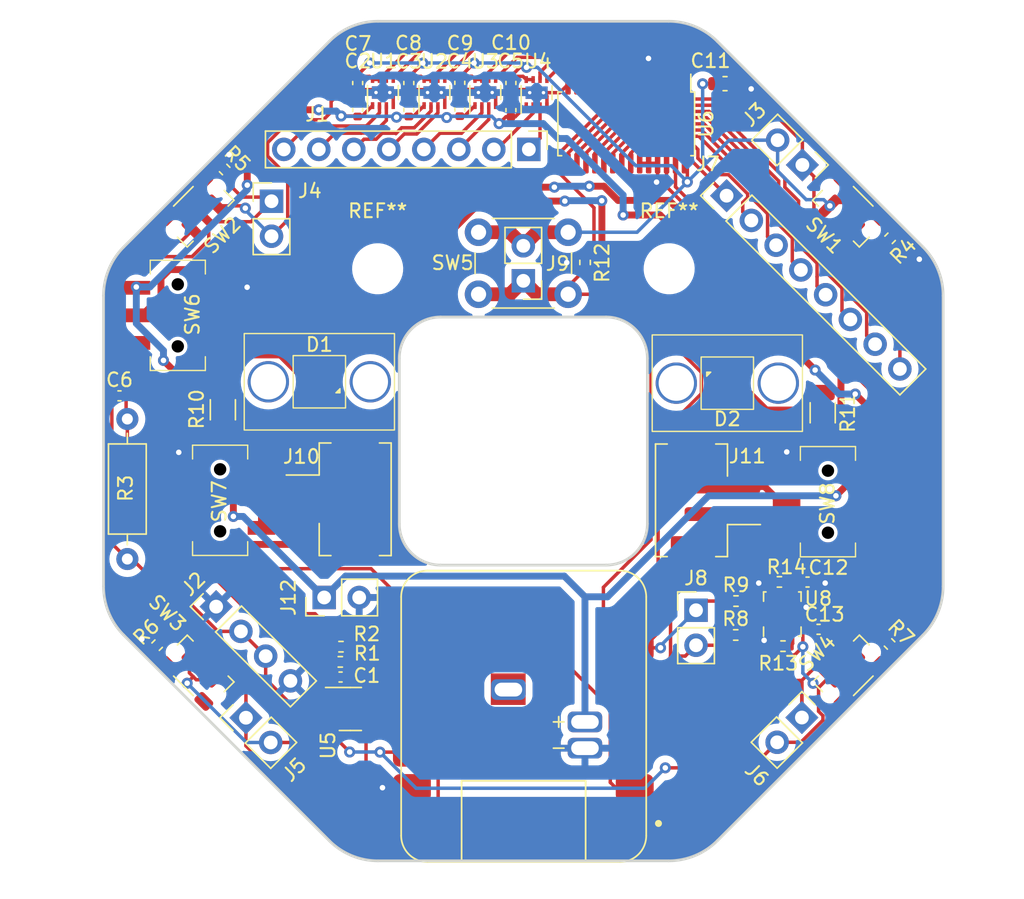
<source format=kicad_pcb>
(kicad_pcb (version 20221018) (generator pcbnew)
  (layers (0 "F.Cu" signal) (31 "B.Cu" signal) (34 "B.Paste" user) (35 "F.Paste" user) (36 "B.SilkS" user "B.Silkscreen") (37 "F.SilkS" user "F.Silkscreen") (38 "B.Mask" user) (39 "F.Mask" user) (44 "Edge.Cuts" user))
  (net 0 "")
  (net 1 "PD Analog")
  (net 2 "GND")
  (net 3 "+BATT")
  (net 4 "+3V3")
  (net 5 "Net-(D1-K)")
  (net 6 "Net-(D1-A)")
  (net 7 "Net-(D2-A)")
  (net 8 "Net-(U5-IN+)")
  (net 9 "Net-(U5-IN-)")
  (net 10 "Bump Sensor 1")
  (net 11 "Bump Sensor 2")
  (net 12 "Bump Sensor 3")
  (net 13 "Bump Sensor 4")
  (net 14 "SCL")
  (net 15 "SDA")
  (net 16 "Top Sensor")
  (net 17 "Net-(U2-OUT2)")
  (net 18 "Net-(U2-OUT1)")
  (net 19 "Net-(U1-OUT2)")
  (net 20 "Net-(U1-OUT1)")
  (net 21 "Net-(U3-OUT2)")
  (net 22 "Net-(U3-OUT1)")
  (net 23 "Net-(U4-OUT2)")
  (net 24 "Net-(U4-OUT1)")
  (net 25 "Net-(R10-Pad2)")
  (net 26 "Net-(U8-INT1)")
  (net 27 "Net-(U8-INT2)")
  (net 30 "Net-(U1-IN2)")
  (net 31 "Net-(U1-IN1)")
  (net 32 "Net-(U2-IN2)")
  (net 33 "Net-(U2-IN1)")
  (net 34 "Net-(U3-IN2)")
  (net 35 "Net-(U3-IN1)")
  (net 36 "Net-(U4-IN2)")
  (net 37 "Net-(U4-IN1)")
  (net 40 "Net-(U6-LED15)")
  (net 41 "Net-(U6-LED14)")
  (net 42 "Net-(U6-LED13)")
  (net 43 "Net-(U6-LED12)")
  (net 44 "Net-(U6-LED11)")
  (net 45 "Net-(U6-LED10)")
  (net 46 "Net-(U6-LED9)")
  (net 47 "Net-(U6-LED8)")
  (net 48 "Net-(J10-Pad1)")
  (net 49 "Net-(J10-Pad2)")
  (net 50 "Net-(J11-Pad1)")
  (net 51 "Net-(J11-Pad2)")
  (net 53 "unconnected-(U7-GPIO8{slash}A9{slash}D9{slash}MISO-Pad10)")
  (net 54 "unconnected-(U7-GPIO9{slash}A10{slash}D10{slash}MOSI-Pad11)")
  (footprint "Swarm Footprints:SW_PUSH_6mm" (layer "F.Cu") (at 146.75 84.85)
    (fp_text reference "SW5")
    (fp_text value "Button B3F-1000")
  )
  (footprint "Swarm Footprints:MS-22D28-G020" (layer "F.Cu") (at 124.93 90.88 90)
    (fp_text reference "SW6")
    (fp_text value "~")
  )
  (footprint "Swarm Footprints:PinHeader_1x02_P2.54mm_Vertical" (layer "F.Cu") (at 170.246051 79.966051 -135)
    (fp_text reference "J3")
    (fp_text value "Optional External Button")
  )
  (footprint "Swarm Footprints:PinHeader_1x08_P2.54mm_Vertical" (layer "F.Cu") (at 150.4 78.84 -90)
    (fp_text reference "J1")
    (fp_text value "Conn_01x08_Socket")
  )
  (footprint "Swarm Footprints:SW_Push_1P1T-MP_NO_Horizontal_Alps_SKRTLAE010" (layer "F.Cu") (at 173.74 83.163 135)
    (fp_text reference "SW1")
    (fp_text value "Limit Switch SKRTLAE010")
  )
  (footprint "Swarm Footprints:SW_Push_1P1T-MP_NO_Horizontal_Alps_SKRTLAE010" (layer "F.Cu") (at 173.747611 116.836611 45)
    (fp_text reference "SW4")
    (fp_text value "Limit Switch SKRTLAE010")
  )
  (footprint "Swarm Footprints:R_0402_1005Metric" (layer "F.Cu") (at 165.41 114.07)
    (fp_text reference "R8")
    (fp_text value "10k")
  )
  (footprint "Swarm Footprints:LED" (layer "F.Cu") (at 135.2 95.7)
    (fp_text reference "D1")
    (fp_text value "LED")
  )
  (footprint "Swarm Footprints:PinHeader_1x02_P2.54mm_Vertical" (layer "F.Cu") (at 129.873949 120.073949 45)
    (fp_text reference "J5")
    (fp_text value "Optional External Button")
  )
  (footprint "Swarm Footprints:SW_Push_1P1T-MP_NO_Horizontal_Alps_SKRTLAE010" (layer "F.Cu") (at 126.252389 116.839911 -45)
    (fp_text reference "SW3")
    (fp_text value "Limit Switch SKRTLAE010")
  )
  (footprint "Swarm Footprints:PinHeader_1x02_P2.54mm_Vertical" (layer "F.Cu") (at 131.73 82.6)
    (fp_text reference "J4")
    (fp_text value "Optional External Button")
  )
  (footprint "MountingHole:MountingHole_3.2mm_M3" (layer "F.Cu") (at 139.43 87.5)
    (fp_text reference "REF**")
    (fp_text value "MountingHole_3.2mm_M3")
  )
  (footprint "Swarm Footprints:SW_Push_1P1T-MP_NO_Horizontal_Alps_SKRTLAE010" (layer "F.Cu") (at 126.252389 83.163389 -135)
    (fp_text reference "SW2")
    (fp_text value "Limit Switch SKRTLAE010")
  )
  (footprint "Swarm Footprints:C_0402_1005Metric" (layer "F.Cu") (at 120.7 96.72)
    (fp_text reference "C6")
    (fp_text value "10pF")
  )
  (footprint "Swarm Footprints:PinHeader_1x02_P2.54mm_Vertical" (layer "F.Cu") (at 170.21 120.06 -45)
    (fp_text reference "J6")
    (fp_text value "Optional External Button")
  )
  (footprint "Swarm Footprints:C_0402_1005Metric" (layer "F.Cu") (at 145.39 75.95 90)
    (fp_text reference "C4")
    (fp_text value "100nF")
  )
  (footprint "Swarm Footprints:WSON-8-EP(2x2)" (layer "F.Cu") (at 147.24125 74.71375 90)
    (fp_text reference "U3")
    (fp_text value "~")
  )
  (footprint "Swarm Footprints:C_0402_1005Metric" (layer "F.Cu") (at 145.39 74.01 -90)
    (fp_text reference "C9")
    (fp_text value "100nF")
  )
  (footprint "Swarm Footprints:MS-22D28-G020" (layer "F.Cu") (at 172.1 104.4 90)
    (fp_text reference "SW8")
    (fp_text value "~")
  )
  (footprint "Swarm Footprints:R_1206_3216Metric" (layer "F.Cu") (at 171.72 97.9475 -90)
    (fp_text reference "R11")
    (fp_text value "20Ω")
  )
  (footprint "Swarm Footprints:TSSOP-28_4.4x9.7mm_P0.65mm" (layer "F.Cu") (at 157.46625 76.98625 -90)
    (fp_text reference "U6")
    (fp_text value "PCA9685PW")
  )
  (footprint "MountingHole:MountingHole_3.2mm_M3" (layer "F.Cu") (at 160.58 87.5)
    (fp_text reference "REF**")
    (fp_text value "MountingHole_3.2mm_M3")
  )
  (footprint "Swarm Footprints:C_0402_1005Metric" (layer "F.Cu") (at 149.1 74.02 -90)
    (fp_text reference "C10")
    (fp_text value "100nF")
  )
  (footprint "Swarm Footprints:C_0402_1005Metric" (layer "F.Cu") (at 141.69125 75.97375 90)
    (fp_text reference "C3")
    (fp_text value "100nF")
  )
  (footprint "Swarm Footprints:C_0603_1608Metric" (layer "F.Cu") (at 164.635 74.07)
    (fp_text reference "C11")
    (fp_text value "10uF")
  )
  (footprint "Swarm Footprints:PinHeader_1x04_P2.54mm_Vertical" (layer "F.Cu") (at 127.712994 112.012994 45)
    (fp_text reference "J2")
    (fp_text value "Conn_01x04_Socket")
  )
  (footprint "Swarm Footprints:C_0402_1005Metric" (layer "F.Cu") (at 136.74 117.12 180)
    (fp_text reference "C1")
    (fp_text value "1uF")
  )
  (footprint "Swarm Footprints:R_0402_1005Metric" (layer "F.Cu") (at 165.43 111.61)
    (fp_text reference "R9")
    (fp_text value "10k")
  )
  (footprint "Swarm Footprints:C_0402_1005Metric" (layer "F.Cu") (at 137.98125 75.97375 90)
    (fp_text reference "C2")
    (fp_text value "100nF")
  )
  (footprint "Swarm Footprints:R_0402_1005Metric" (layer "F.Cu") (at 176.570624 114.720624 -45)
    (fp_text reference "R7")
    (fp_text value "10k")
  )
  (footprint "Swarm Footprints:R_0402_1005Metric" (layer "F.Cu") (at 154.48 87.040001 90)
    (fp_text reference "R12")
    (fp_text value "10k")
  )
  (footprint "Swarm Footprints:XIAO_ESP32S3" (layer "F.Cu") (at 158.916 109.58275 180)
    (fp_text reference "U7" hide)
    (fp_text value "~")
  )
  (footprint "Swarm Footprints:PinHeader_1x02_P2.54mm_Vertical" (layer "F.Cu") (at 135.55 111.35 90)
    (fp_text reference "J12")
    (fp_text value "Battery Monitor")
  )
  (footprint "Swarm Footprints:R_0402_1005Metric" (layer "F.Cu") (at 176.61 85.29 45)
    (fp_text reference "R4")
    (fp_text value "10k")
  )
  (footprint "Swarm Footprints:R_0402_1005Metric" (layer "F.Cu") (at 136.72 116.02 180)
    (fp_text reference "R1")
    (fp_text value "1k")
  )
  (footprint "Swarm Footprints:R_0402_1005Metric" (layer "F.Cu") (at 168.580001 110.22 180)
    (fp_text reference "R14")
    (fp_text value "10k")
  )
  (footprint "Swarm Footprints:R_0402_1005Metric" (layer "F.Cu") (at 136.769999 114.92)
    (fp_text reference "R2")
    (fp_text value "24k")
  )
  (footprint "Swarm Footprints:R_0402_1005Metric" (layer "F.Cu") (at 123.430624 114.809376 -135)
    (fp_text reference "R6")
    (fp_text value "10k")
  )
  (footprint "Swarm Footprints:WSON-8-EP(2x2)" (layer "F.Cu") (at 143.55125 74.71375 90)
    (fp_text reference "U2")
    (fp_text value "~")
  )
  (footprint "Swarm Footprints:MS-22D28-G020" (layer "F.Cu") (at 128 104.3 90)
    (fp_text reference "SW7")
    (fp_text value "~")
  )
  (footprint "Swarm Footprints:C_0402_1005Metric" (layer "F.Cu") (at 137.98125 74.02375 -90)
    (fp_text reference "C7")
    (fp_text value "100nF")
  )
  (footprint "Swarm Footprints:SOT-23-5" (layer "F.Cu") (at 137.45 119.44)
    (fp_text reference "U5")
    (fp_text value "~")
  )
  (footprint "Swarm Footprints:R_0402_1005Metric" (layer "F.Cu") (at 128.33 80.3 135)
    (fp_text reference "R5")
    (fp_text value "10k")
  )
  (footprint "Swarm Footprints:WSON-8-EP(2x2)" (layer "F.Cu") (at 139.81125 74.71375 90)
    (fp_text reference "U1")
    (fp_text value "~")
  )
  (footprint "Swarm Footprints:LED" (layer "F.Cu") (at 164.8 95.8 180)
    (fp_text reference "D2")
    (fp_text value "LED")
  )
  (footprint "Swarm Footprints:JST_PH_B2B-PH-SM4-TB_1x02-1MP_P2.00mm_Vertical" (layer "F.Cu") (at 136.05 104.225 -90)
    (fp_text reference "J10")
    (fp_text value "Battery 1")
  )
  (footprint "Swarm Footprints:R_Axial_DIN0207_L6.3mm_D2.5mm_P10.16mm_Horizontal" (layer "F.Cu") (at 121.27 108.56 90)
    (fp_text reference "R3")
    (fp_text value "Placeholder")
  )
  (footprint "Swarm Footprints:C_0402_1005Metric" (layer "F.Cu") (at 171.42 113.66)
    (fp_text reference "C13")
    (fp_text value "100nF")
  )
  (footprint "Swarm Footprints:PinHeader_1x02_P2.54mm_Vertical" (layer "F.Cu") (at 162.53 112.275)
    (fp_text reference "J8")
    (fp_text value "I2C")
  )
  (footprint "Swarm Footprints:C_0402_1005Metric" (layer "F.Cu") (at 149.1 75.99 90)
    (fp_text reference "C5")
    (fp_text value "100nF")
  )
  (footprint "Swarm Footprints:C_0402_1005Metric" (layer "F.Cu") (at 141.69125 74.02375 -90)
    (fp_text reference "C8")
    (fp_text value "100nF")
  )
  (footprint "Swarm Footprints:PinHeader_1x02_P2.54mm_Vertical" (layer "F.Cu") (at 150 88.375 180)
    (fp_text reference "J9")
    (fp_text value "Optional External Button")
  )
  (footprint "Swarm Footprints:PinHeader_1x08_P2.54mm_Vertical" (layer "F.Cu") (at 164.747898 82.197898 45)
    (fp_text reference "J7")
    (fp_text value "Conn_01x08_Socket")
  )
  (footprint "Swarm Footprints:R_0402_1005Metric" (layer "F.Cu") (at 168.84 114.88 180)
    (fp_text reference "R13")
    (fp_text value "10k")
  )
  (footprint "Swarm Footprints:JST_PH_B2B-PH-SM4-TB_1x02-1MP_P2.00mm_Vertical" (layer "F.Cu") (at 163.95 104.3 90)
    (fp_text reference "J11")
    (fp_text value "Battery 2")
  )
  (footprint "Swarm Footprints:R_1206_3216Metric" (layer "F.Cu") (at 128.2 97.73 -90)
    (fp_text reference "R10")
    (fp_text value "20Ω")
  )
  (footprint "Swarm Footprints:WSON-8-EP(2x2)" (layer "F.Cu") (at 150.96125 74.72375 90)
    (fp_text reference "U4")
    (fp_text value "~")
  )
  (footprint "Swarm Footprints:C_0402_1005Metric" (layer "F.Cu") (at 170.62 110.23)
    (fp_text reference "C12")
    (fp_text value "100nF")
  )
  (footprint "Swarm Footprints:LGA-14_3x2.5mm_P0.5mm_LayoutBorder3x4y" (layer "F.Cu") (at 168.79 112.5575 90)
    (fp_text reference "U8")
    (fp_text value "LSM6DSOXTR")
  )
  (gr_line (start 135.920219 71.008402) (end 121.008402 85.920219) (stroke (width 0.2)) (layer "Edge.Cuts"))
  (gr_arc (start 180.456064 110.544247) (mid 180.075444 112.457652) (end 178.991598 114.079781) (stroke (width 0.2)) (layer "Edge.Cuts"))
  (gr_line (start 164.079781 128.991598) (end 178.991598 114.079781) (stroke (width 0.2)) (layer "Edge.Cuts"))
  (gr_line (start 180.456064 110.544247) (end 180.456064 89.455753) (stroke (width 0.2)) (layer "Edge.Cuts"))
  (gr_arc (start 141 94) (mid 141.87868 91.87868) (end 144 91) (stroke (width 0.2)) (layer "Edge.Cuts"))
  (gr_line (start 141 94) (end 141 106) (stroke (width 0.2)) (layer "Edge.Cuts"))
  (gr_arc (start 164.079781 128.991598) (mid 162.457664 130.075462) (end 160.544247 130.456064) (stroke (width 0.2)) (layer "Edge.Cuts"))
  (gr_arc (start 135.920219 71.008402) (mid 137.542336 69.924538) (end 139.455753 69.543936) (stroke (width 0.2)) (layer "Edge.Cuts"))
  (gr_line (start 178.991598 85.920219) (end 164.079781 71.008402) (stroke (width 0.2)) (layer "Edge.Cuts"))
  (gr_line (start 144 109) (end 156 109) (stroke (width 0.2)) (layer "Edge.Cuts"))
  (gr_arc (start 160.544247 69.543936) (mid 162.457664 69.924538) (end 164.079781 71.008402) (stroke (width 0.2)) (layer "Edge.Cuts"))
  (gr_line (start 156 91) (end 144 91) (stroke (width 0.2)) (layer "Edge.Cuts"))
  (gr_arc (start 119.543936 89.455753) (mid 119.924538 87.542336) (end 121.008402 85.920219) (stroke (width 0.2)) (layer "Edge.Cuts"))
  (gr_line (start 119.543936 89.455753) (end 119.543936 110.544247) (stroke (width 0.2)) (layer "Edge.Cuts"))
  (gr_arc (start 178.991598 85.920219) (mid 180.075462 87.542336) (end 180.456064 89.455753) (stroke (width 0.2)) (layer "Edge.Cuts"))
  (gr_line (start 160.544247 69.543936) (end 139.455753 69.543936) (stroke (width 0.2)) (layer "Edge.Cuts"))
  (gr_arc (start 144 109) (mid 141.87868 108.12132) (end 141 106) (stroke (width 0.2)) (layer "Edge.Cuts"))
  (gr_line (start 121.008402 114.079781) (end 135.920219 128.991598) (stroke (width 0.2)) (layer "Edge.Cuts"))
  (gr_arc (start 159 106) (mid 158.12132 108.12132) (end 156 109) (stroke (width 0.2)) (layer "Edge.Cuts"))
  (gr_arc (start 156 91) (mid 158.12132 91.87868) (end 159 94) (stroke (width 0.2)) (layer "Edge.Cuts"))
  (gr_line (start 159 106) (end 159 94) (stroke (width 0.2)) (layer "Edge.Cuts"))
  (gr_arc (start 121.008402 114.079781) (mid 119.924538 112.457664) (end 119.543936 110.544247) (stroke (width 0.2)) (layer "Edge.Cuts"))
  (gr_arc (start 139.455753 130.456064) (mid 137.542336 130.075462) (end 135.920219 128.991598) (stroke (width 0.2)) (layer "Edge.Cuts"))
  (gr_line (start 139.455753 130.456064) (end 160.544247 130.456064) (stroke (width 0.2)) (layer "Edge.Cuts"))
  (segment (start 120.145 96.795) (end 120.145 107.435) (width 0.25) (layer "F.Cu") (net 1))
  (segment (start 140.35 129.49) (end 138.5875 127.7275) (width 0.25) (layer "F.Cu") (net 1))
  (segment (start 156.706 125.16275) (end 156.31 124.76675) (width 0.25) (layer "F.Cu") (net 1))
  (segment (start 121.27 108.56) (end 121.614078 108.56) (width 0.25) (layer "F.Cu") (net 1))
  (segment (start 143.68 129.49) (end 140.35 129.49) (width 0.25) (layer "F.Cu") (net 1))
  (segment (start 158.081 125.16275) (end 156.706 125.16275) (width 0.25) (layer "F.Cu") (net 1))
  (segment (start 120.145 107.435) (end 121.27 108.56) (width 0.25) (layer "F.Cu") (net 1))
  (segment (start 156.31 119.36) (end 153.01175 116.06175) (width 0.25) (layer "F.Cu") (net 1))
  (segment (start 143.82 129.35) (end 143.68 129.49) (width 0.25) (layer "F.Cu") (net 1))
  (segment (start 146.799222 116.06175) (end 143.82 119.040972) (width 0.25) (layer "F.Cu") (net 1))
  (segment (start 153.01175 116.06175) (end 146.799222 116.06175) (width 0.25) (layer "F.Cu") (net 1))
  (segment (start 134.069078 121.015) (end 137.9625 121.015) (width 0.25) (layer "F.Cu") (net 1))
  (segment (start 143.82 119.040972) (end 143.82 129.35) (width 0.25) (layer "F.Cu") (net 1))
  (segment (start 156.31 124.76675) (end 156.31 119.36) (width 0.25) (layer "F.Cu") (net 1))
  (segment (start 121.614078 108.56) (end 134.069078 121.015) (width 0.25) (layer "F.Cu") (net 1))
  (segment (start 138.5875 127.7275) (end 138.5875 120.39) (width 0.25) (layer "F.Cu") (net 1))
  (segment (start 120.22 96.72) (end 120.145 96.795) (width 0.25) (layer "F.Cu") (net 1))
  (segment (start 137.9625 121.015) (end 138.5875 120.39) (width 0.25) (layer "F.Cu") (net 1))
  (segment (start 145.39 74.49) (end 145.39 75.47) (width 0.25) (layer "F.Cu") (net 2))
  (segment (start 170.5175 112.0575) (end 170.52 112.06) (width 0.25) (layer "F.Cu") (net 2))
  (segment (start 137.23 117.11) (end 137.22 117.12) (width 0.25) (layer "F.Cu") (net 2))
  (segment (start 144.30125 74.96375) (end 144.30125 75.66375) (width 0.25) (layer "F.Cu") (net 2))
  (segment (start 168.04 113.72) (end 169.04 113.72) (width 0.25) (layer "F.Cu") (net 2))
  (segment (start 137.3 118.94) (end 136.8 119.44) (width 0.25) (layer "F.Cu") (net 2))
  (segment (start 153.669999 86.530001) (end 153.15 87.05) (width 0.25) (layer "F.Cu") (net 2))
  (segment (start 140.56125 74.96375) (end 140.56125 75.66375) (width 0.25) (layer "F.Cu") (net 2))
  (segment (start 158.44125 79.84875) (end 159.09125 79.84875) (width 0.25) (layer "F.Cu") (net 2))
  (segment (start 158.41 79.88) (end 158.44125 79.84875) (width 0.25) (layer "F.Cu") (net 2))
  (segment (start 171.1 110.23) (end 171.825 110.23) (width 0.25) (layer "F.Cu") (net 2))
  (segment (start 167.165 110.22) (end 167.08 110.305) (width 0.25) (layer "F.Cu") (net 2))
  (segment (start 137.3 117.2) (end 137.3 118.94) (width 0.25) (layer "F.Cu") (net 2))
  (segment (start 127.969376 79.939376) (end 127.969376 79.900624) (width 0.25) (layer "F.Cu") (net 2))
  (segment (start 125 100.82) (end 125 102.3) (width 0.5) (layer "F.Cu") (net 2))
  (segment (start 123.07 115.17) (end 123.07 115.12) (width 0.25) (layer "F.Cu") (net 2))
  (segment (start 150.2375 74.5) (end 150.46125 74.72375) (width 0.25) (layer "F.Cu") (net 2))
  (segment (start 144.05125 74.71375) (end 144.30125 74.96375) (width 0.25) (layer "F.Cu") (net 2))
  (segment (start 168.070001 110.22) (end 167.165 110.22) (width 0.25) (layer "F.Cu") (net 2))
  (segment (start 147.74125 74.71375) (end 147.99125 74.96375) (width 0.25) (layer "F.Cu") (net 2))
  (segment (start 165.41 74.07) (end 166.15 74.07) (width 0.25) (layer "F.Cu") (net 2))
  (segment (start 133.101148 117.401148) (end 135.14 119.44) (width 0.25) (layer "F.Cu") (net 2))
  (segment (start 166.15 74.07) (end 166.53 74.45) (width 0.25) (layer "F.Cu") (net 2))
  (segment (start 137.98125 74.50375) (end 137.98125 75.49375) (width 0.25) (layer "F.Cu") (net 2))
  (segment (start 168.33 113.93) (end 168.54 113.72) (width 0.25) (layer "F.Cu") (net 2))
  (segment (start 127.93 88.88) (end 129.92 88.88) (width 0.5) (layer "F.Cu") (net 2))
  (segment (start 169.7025 112.0575) (end 170.5175 112.0575) (width 0.25) (layer "F.Cu") (net 2))
  (segment (start 135.14 119.44) (end 136.3125 119.44) (width 0.25) (layer "F.Cu") (net 2))
  (segment (start 178.73 86.688752) (end 178.73 86.81) (width 0.25) (layer "F.Cu") (net 2))
  (segment (start 171.825 110.23) (end 171.9 110.305) (width 0.25) (layer "F.Cu") (net 2))
  (segment (start 141.916 125.16275) (end 139.79275 125.16275) (width 1) (layer "F.Cu") (net 2))
  (segment (start 137.23 116.02) (end 137.23 117.11) (width 0.25) (layer "F.Cu") (net 2))
  (segment (start 141.69125 74.50375) (end 142.84125 74.50375) (width 0.25) (layer "F.Cu") (net 2))
  (segment (start 139.10125 74.50375) (end 139.31125 74.71375) (width 0.25) (layer "F.Cu") (net 2))
  (segment (start 127.969376 79.900624) (end 128.65 79.22) (width 0.25) (layer "F.Cu") (net 2))
  (segment (start 168.33 114.88) (end 167.89 114.88) (width 0.25) (layer "F.Cu") (net 2))
  (segment (start 149.1 74.5) (end 150.2375 74.5) (width 0.25) (layer "F.Cu") (net 2))
  (segment (start 146.5175 74.49) (end 146.74125 74.71375) (width 0.25) (layer "F.Cu") (net 2))
  (segment (start 152.64125 74.72375) (end 153.24125 74.12375) (width 0.25) (layer "F.Cu") (net 2))
  (segment (start 136.8 119.44) (end 136.3125 119.44) (width 0.25) (layer "F.Cu") (net 2))
  (segment (start 159.09125 74.12375) (end 161.69125 74.12375) (width 0.25) (layer "F.Cu") (net 2))
  (segment (start 159.09125 72.25125) (end 159.08 72.24) (width 0.25) (layer "F.Cu") (net 2))
  (segment (start 151.46125 74.72375) (end 152.64125 74.72375) (width 0.25) (layer "F.Cu") (net 2))
  (segment (start 151.46125 74.72375) (end 151.71125 74.97375) (width 0.25) (layer "F.Cu") (net 2))
  (segment (start 154.48 86.530001) (end 153.669999 86.530001) (width 0.25) (layer "F.Cu") (net 2))
  (segment (start 151.71125 74.97375) (end 151.71125 75.67375) (width 0.25) (layer "F.Cu") (net 2))
  (segment (start 159.74125 81.137113) (end 159.66625 81.212113) (width 0.25) (layer "F.Cu") (net 2))
  (segment (start 176.931248 114.16908) (end 176.422168 113.66) (width 0.25) (layer "F.Cu") (net 2))
  (segment (start 137.98125 74.50375) (end 139.10125 74.50375) (width 0.25) (layer "F.Cu") (net 2))
  (segment (start 176.931248 115.081248) (end 176.931248 114.16908) (width 0.25) (layer "F.Cu") (net 2))
  (segment (start 159.09125 79.84875) (end 159.74125 79.84875) (width 0.25) (layer "F.Cu") (net 2))
  (segment (start 169.7025 112.0575) (end 169.7025 112.5575) (width 0.25) (layer "F.Cu") (net 2))
  (segment (start 142.84125 74.50375) (end 143.05125 74.71375) (width 0.25) (layer "F.Cu") (net 2))
  (segment (start 168.33 114.88) (end 168.33 113.93) (width 0.25) (layer "F.Cu") (net 2))
  (segment (start 169.1 102.4) (end 169.1 100.8) (width 0.5) (layer "F.Cu") (net 2))
  (segment (start 176.422168 113.66) (end 171.9 113.66) (width 0.25) (layer "F.Cu") (net 2))
  (segment (start 171.9 111.03) (end 171.1 110.23) (width 0.25) (layer "F.Cu") (net 2))
  (segment (start 176.970624 84.929376) (end 178.73 86.688752) (width 0.25) (layer "F.Cu") (net 2))
  (segment (start 159.74125 79.84875) (end 159.74125 81.137113) (width 0.25) (layer "F.Cu") (net 2))
  (segment (start 147.99125 74.96375) (end 147.99125 75.66375) (width 0.25) (layer "F.Cu") (net 2))
  (segment (start 169.1 100.8) (end 169.11 100.79) (width 0.5) (layer "F.Cu") (net 2))
  (segment (start 137.22 117.12) (end 137.3 117.2) (width 0.25) (layer "F.Cu") (net 2))
  (segment (start 139.79275 125.16275) (end 139.78 125.15) (width 1) (layer "F.Cu") (net 2))
  (segment (start 159.09125 74.12375) (end 159.09125 72.25125) (width 0.25) (layer "F.Cu") (net 2))
  (segment (start 140.31125 74.71375) (end 140.56125 74.96375) (width 0.25) (layer "F.Cu") (net 2))
  (segment (start 145.39 74.49) (end 146.5175 74.49) (width 0.25) (layer "F.Cu") (net 2))
  (segment (start 129.92 88.88) (end 129.96 88.84) (width 0.5) (layer "F.Cu") (net 2))
  (segment (start 167.89 114.88) (end 167.47 114.46) (width 0.25) (layer "F.Cu") (net 2))
  (segment (start 123.07 115.12) (end 122.32 114.37) (width 0.25) (layer "F.Cu") (net 2))
  (segment (start 171.9 113.66) (end 171.9 111.03) (width 0.25) (layer "F.Cu") (net 2))
  (segment (start 149.1 74.5) (end 149.1 75.51) (width 0.25) (layer "F.Cu") (net 2))
  (segment (start 141.69125 74.50375) (end 141.69125 75.49375) (width 0.25) (layer "F.Cu") (net 2))
  (via (at 169.11 100.79) (size 0.8) (drill 0.4) (layers "F.Cu" "B.Cu") (net 2))
  (via (at 122.32 114.37) (size 0.8) (drill 0.4) (layers "F.Cu" "B.Cu") (net 2))
  (via (at 139.78 125.15) (size 0.8) (drill 0.4) (layers "F.Cu" "B.Cu") (net 2))
  (via (at 170.52 112.06) (size 0.8) (drill 0.4) (layers "F.Cu" "B.Cu") (net 2))
  (via (at 125 100.82) (size 0.8) (drill 0.4) (layers "F.Cu" "B.Cu") (net 2))
  (via (at 159.66625 81.212113) (size 0.8) (drill 0.4) (layers "F.Cu" "B.Cu") (net 2))
  (via (at 128.65 79.22) (size 0.8) (drill 0.4) (layers "F.Cu" "B.Cu") (net 2))
  (via (at 159.08 72.24) (size 0.8) (drill 0.4) (layers "F.Cu" "B.Cu") (net 2))
  (via (at 167.08 110.305) (size 0.8) (drill 0.4) (layers "F.Cu" "B.Cu") (net 2))
  (via (at 178.73 86.81) (size 0.8) (drill 0.4) (layers "F.Cu" "B.Cu") (net 2))
  (via (at 153.15 87.05) (size 0.8) (drill 0.4) (layers "F.Cu" "B.Cu") (net 2))
  (via (at 166.53 74.45) (size 0.8) (drill 0.4) (layers "F.Cu" "B.Cu") (net 2))
  (via (at 129.96 88.84) (size 0.8) (drill 0.4) (layers "F.Cu" "B.Cu") (net 2))
  (via (at 171.9 110.305) (size 0.8) (drill 0.4) (layers "F.Cu" "B.Cu") (net 2))
  (via (at 167.47 114.46) (size 0.8) (drill 0.4) (layers "F.Cu" "B.Cu") (net 2))
  (segment (start 149.1 76.47) (end 148.74 76.47) (width 0.25) (layer "F.Cu") (net 3))
  (segment (start 129.66 100.96) (end 131 102.3) (width 0.5) (layer "F.Cu") (net 3))
  (segment (start 128.96 103.84) (end 128.96 105.47) (width 0.5) (layer "F.Cu") (net 3))
  (segment (start 175.1 97.61) (end 174.08 96.59) (width 0.5) (layer "F.Cu") (net 3))
  (segment (start 159.92 83.6) (end 157.24 83.6) (width 0.5) (layer "F.Cu") (net 3))
  (segment (start 130.5 102.3) (end 128.96 103.84) (width 0.5) (layer "F.Cu") (net 3))
  (segment (start 128.033122 100.96) (end 129.66 100.96) (width 0.5) (layer "F.Cu") (net 3))
  (segment (start 121.93 88.88) (end 121.93 88.83) (width 0.5) (layer "F.Cu") (net 3))
  (segment (start 174.25 102.4) (end 175.1 102.4) (width 0.5) (layer "F.Cu") (net 3))
  (segment (start 144.538872 76.43) (end 144.443216 76.525656) (width 0.25) (layer "F.Cu") (net 3))
  (segment (start 125.78 96.04) (end 125.78 98.706878) (width 0.5) (layer "F.Cu") (net 3))
  (segment (start 123.89 94.15) (end 125.78 96.04) (width 0.5) (layer "F.Cu") (net 3))
  (segment (start 175.1 102.4) (end 175.1 97.61) (width 0.5) (layer "F.Cu") (net 3))
  (segment (start 129.97 81.43) (end 129.97 78.802994) (width 0.5) (layer "F.Cu") (net 3))
  (segment (start 141.69125 76.45375) (end 140.848469 76.45375) (width 0.25) (layer "F.Cu") (net 3))
  (segment (start 171.17 94.85) (end 159.92 83.6) (width 0.5) (layer "F.Cu") (net 3))
  (segment (start 140.848469 76.45375) (end 140.799193 76.503026) (width 0.25) (layer "F.Cu") (net 3))
  (segment (start 129.97 78.802994) (end 132.807994 75.965) (width 0.5) (layer "F.Cu") (net 3))
  (segment (start 132.807994 75.965) (end 135.16 75.965) (width 0.5) (layer "F.Cu") (net 3))
  (segment (start 172.68 103.97) (end 174.25 102.4) (width 0.5) (layer "F.Cu") (net 3))
  (segment (start 137.9425 76.415) (end 137.98125 76.45375) (width 0.25) (layer "F.Cu") (net 3))
  (segment (start 148.74 76.47) (end 148.24 76.97) (width 0.25) (layer "F.Cu") (net 3))
  (segment (start 137.98125 76.45375) (end 138.27125 76.45375) (width 0.25) (layer "F.Cu") (net 3))
  (segment (start 131 102.3) (end 130.5 102.3) (width 0.5) (layer "F.Cu") (net 3))
  (segment (start 141.69125 76.45375) (end 142.01125 76.45375) (width 0.25) (layer "F.Cu") (net 3))
  (segment (start 145.39 76.43) (end 144.538872 76.43) (width 0.25) (layer "F.Cu") (net 3))
  (segment (start 136.78 76.415) (end 137.9425 76.415) (width 0.25) (layer "F.Cu") (net 3))
  (segment (start 145.39 76.43) (end 145.725 76.43) (width 0.25) (layer "F.Cu") (net 3))
  (segment (start 121.93 88.83) (end 121.92 88.82) (width 0.5) (layer "F.Cu") (net 3))
  (segment (start 145.725 76.43) (end 146.49125 75.66375) (width 0.25) (layer "F.Cu") (net 3))
  (segment (start 138.27125 76.45375) (end 139.06125 75.66375) (width 0.25) (layer "F.Cu") (net 3))
  (segment (start 125.78 98.706878) (end 128.033122 100.96) (width 0.5) (layer "F.Cu") (net 3))
  (segment (start 149.1 76.47) (end 149.415 76.47) (width 0.25) (layer "F.Cu") (net 3))
  (segment (start 142.01125 76.45375) (end 142.80125 75.66375) (width 0.25) (layer "F.Cu") (net 3))
  (segment (start 149.415 76.47) (end 150.21125 75.67375) (width 0.25) (layer "F.Cu") (net 3))
  (via (at 123.89 94.15) (size 0.8) (drill 0.4) (layers "F.Cu" "B.Cu") (net 3))
  (via (at 157.24 83.6) (size 0.8) (drill 0.4) (layers "F.Cu" "B.Cu") (net 3))
  (via (at 148.24 76.97) (size 0.8) (drill 0.4) (layers "F.Cu" "B.Cu") (net 3))
  (via (at 129.97 81.43) (size 0.8) (drill 0.4) (layers "F.Cu" "B.Cu") (net 3))
  (via (at 174.08 96.59) (size 0.8) (drill 0.4) (layers "F.Cu" "B.Cu") (net 3))
  (via (at 121.92 88.82) (size 0.8) (drill 0.4) (layers "F.Cu" "B.Cu") (net 3))
  (via (at 171.17 94.85) (size 0.8) (drill 0.4) (layers "F.Cu" "B.Cu") (net 3))
  (via (at 140.799193 76.503026) (size 0.8) (drill 0.4) (layers "F.Cu" "B.Cu") (net 3))
  (via (at 172.68 103.97) (size 0.8) (drill 0.4) (layers "F.Cu" "B.Cu") (net 3))
  (via (at 136.78 76.415) (size 0.8) (drill 0.4) (layers "F.Cu" "B.Cu") (net 3))
  (via (at 128.96 105.47) (size 0.8) (drill 0.4) (layers "F.Cu" "B.Cu") (net 3))
  (via (at 135.16 75.965) (size 0.8) (drill 0.4) (layers "F.Cu" "B.Cu") (net 3))
  (via (at 144.443216 76.525656) (size 0.8) (drill 0.4) (layers "F.Cu" "B.Cu") (net 3))
  (segment (start 153.14 78.05) (end 152.522082 78.05) (width 0.5) (layer "B.Cu") (net 3))
  (segment (start 157.24 83.6) (end 157.24 82.15) (width 0.5) (layer "B.Cu") (net 3))
  (segment (start 121.92 91.463503) (end 123.89 93.433503) (width 0.5) (layer "B.Cu") (net 3))
  (segment (start 147.71 76.44) (end 136.805 76.44) (width 0.25) (layer "B.Cu") (net 3))
  (segment (start 154.471 111.299) (end 152.972 109.8) (width 0.5) (layer "B.Cu") (net 3))
  (segment (start 152.972 109.8) (end 137.1 109.8) (width 0.5) (layer "B.Cu") (net 3))
  (segment (start 121.92 88.82) (end 121.92 91.463503) (width 0.5) (layer "B.Cu") (net 3))
  (segment (start 174.08 96.59) (end 172.91 96.59) (width 0.5) (layer "B.Cu") (net 3))
  (segment (start 128.96 105.47) (end 129.67 105.47) (width 0.5) (layer "B.Cu") (net 3))
  (segment (start 137.1 109.8) (end 135.55 111.35) (width 0.5) (layer "B.Cu") (net 3))
  (segment (start 157.24 82.15) (end 153.14 78.05) (width 0.5) (layer "B.Cu") (net 3))
  (segment (start 135.16 75.965) (end 135.256497 76.061497) (width 0.5) (layer "B.Cu") (net 3))
  (segment (start 152.522082 78.05) (end 151.442082 76.97) (width 0.5) (layer "B.Cu") (net 3))
  (segment (start 154.471 111.299) (end 156.111 111.299) (width 0.5) (layer "B.Cu") (net 3))
  (segment (start 136.426497 76.061497) (end 136.78 76.415) (width 0.5) (layer "B.Cu") (net 3))
  (segment (start 154.471 120.37775) (end 154.471 111.299) (width 0.5) (layer "B.Cu") (net 3))
  (segment (start 123.89 93.433503) (end 123.89 94.15) (width 0.5) (layer "B.Cu") (net 3))
  (segment (start 129.97 81.757918) (end 122.907918 88.82) (width 0.5) (layer "B.Cu") (net 3))
  (segment (start 135.256497 76.061497) (end 136.426497 76.061497) (width 0.5) (layer "B.Cu") (net 3))
  (segment (start 122.907918 88.82) (end 121.92 88.82) (width 0.5) (layer "B.Cu") (net 3))
  (segment (start 129.67 105.47) (end 135.55 111.35) (width 0.5) (layer "B.Cu") (net 3))
  (segment (start 156.111 111.299) (end 163.44 103.97) (width 0.5) (layer "B.Cu") (net 3))
  (segment (start 148.24 76.97) (end 147.71 76.44) (width 0.25) (layer "B.Cu") (net 3))
  (segment (start 136.805 76.44) (end 136.78 76.415) (width 0.25) (layer "B.Cu") (net 3))
  (segment (start 129.97 81.43) (end 129.97 81.757918) (width 0.5) (layer "B.Cu") (net 3))
  (segment (start 163.44 103.97) (end 172.68 103.97) (width 0.5) (layer "B.Cu") (net 3))
  (segment (start 172.91 96.59) (end 171.17 94.85) (width 0.5) (layer "B.Cu") (net 3))
  (segment (start 151.442082 76.97) (end 148.24 76.97) (width 0.5) (layer "B.Cu") (net 3))
  (segment (start 141.916 122.62275) (end 143.291 122.62275) (width 0.25) (layer "F.Cu") (net 4))
  (segment (start 173.93831 82.90169) (end 174.217939 83.181319) (width 0.25) (layer "F.Cu") (net 4))
  (segment (start 163.86 74.07) (end 163.02 74.07) (width 0.25) (layer "F.Cu") (net 4))
  (segment (start 125.77445 83.181708) (end 126.270708 82.68545) (width 0.25) (layer "F.Cu") (net 4))
  (segment (start 146.75 84.85) (end 149.015 84.85) (width 1) (layer "F.Cu") (net 4))
  (segment (start 171.420009 117.891421) (end 171.103741 117.575153) (width 0.25) (layer "F.Cu") (net 4))
  (segment (start 139.06125 73.76375) (end 139.56125 73.76375) (width 0.25) (layer "F.Cu") (net 4))
  (segment (start 172.237398 82.93319) (end 172.485527 82.685061) (width 0.25) (layer "F.Cu") (net 4))
  (segment (start 170.28 113.322501) (end 170.014999 113.0575) (width 0.25) (layer "F.Cu") (net 4))
  (segment (start 145.468816 73.53) (end 146.424408 72.574408) (width 0.25) (layer "F.Cu") (net 4))
  (segment (start 171.245 112.360305) (end 171.245 111.759695) (width 0.25) (layer "F.Cu") (net 4))
  (segment (start 132.905 80.786701) (end 132.905 83.965) (width 0.25) (layer "F.Cu") (net 4))
  (segment (start 136.055 75.365) (end 136.055 76.125) (width 0.25) (layer "F.Cu") (net 4))
  (segment (start 171.737082 119.92538) (end 171.737082 120.252918) (width 0.25) (layer "F.Cu") (net 4))
  (segment (start 166.56 123.71) (end 168.413949 121.856051) (width 0.25) (layer "F.Cu") (net 4))
  (segment (start 127.506862 82.68545) (end 127.754991 82.933579) (width 0.25) (layer "F.Cu") (net 4))
  (segment (start 170.547805 113.0575) (end 171.245 112.360305) (width 0.25) (layer "F.Cu") (net 4))
  (segment (start 137.98125 73.43875) (end 138.85 72.57) (width 0.25) (layer "F.Cu") (net 4))
  (segment (start 130.185 112.525) (end 127.37 109.71) (width 0.25) (layer "F.Cu") (net 4))
  (segment (start 153.25 84.85) (end 150.985 84.85) (width 1) (layer "F.Cu") (net 4))
  (segment (start 141.86325 122.57) (end 141.916 122.62275) (width 0.25) (layer "F.Cu") (net 4))
  (segment (start 172.245009 117.066421) (end 171.420009 117.891421) (width 0.25) (layer "F.Cu") (net 4))
  (segment (start 165.92 114.07) (end 167.375 115.525) (width 0.25) (layer "F.Cu") (net 4))
  (segment (start 137.98125 73.54375) (end 137.98125 73.43875) (width 0.25) (layer "F.Cu") (net 4))
  (segment (start 165.92 111.63) (end 165.94 111.61) (width 0.25) (layer "F.Cu") (net 4))
  (segment (start 125.18857 85.5) (end 126.022579 84.665991) (width 0.25) (layer "F.Cu") (net 4))
  (segment (start 133.108299 76.69) (end 131.445 78.353299) (width 0.25) (layer "F.Cu") (net 4))
  (segment (start 171.737082 120.252918) (end 170.133949 121.856051) (width 0.25) (layer "F.Cu") (net 4))
  (segment (start 131.67 121.87) (end 136.71 121.87) (width 0.25) (layer "F.Cu") (net 4))
  (segment (start 141.745066 73.54375) (end 142.709408 72.579408) (width 0.25) (layer "F.Cu") (net 4))
  (segment (start 125.61 117.54) (end 125.61 117.57) (width 0.25) (layer "F.Cu") (net 4))
  (segment (start 173.729292 117.31455) (end 172.493138 117.31455) (width 0.25) (layer "F.Cu") (net 4))
  (segment (start 174.217939 83.181319) (end 174.217939 84.417473) (width 0.25) (layer "F.Cu") (net 4))
  (segment (start 170.14 110.23) (end 170.14 110.795) (width 0.25) (layer "F.Cu") (net 4))
  (segment (start 172.485527 82.685061) (end 173.721681 82.685061) (width 0.25) (layer "F.Cu") (net 4))
  (segment (start 166.3875 112.0575) (end 167.8775 112.0575) (width 0.25) (layer "F.Cu") (net 4))
  (segment (start 120.11 93.846396) (end 120.11 87.913604) (width 0.25) (layer "F.Cu") (net 4))
  (segment (start 131.445 78.353299) (end 131.445 79.326701) (width 0.25) (layer "F.Cu") (net 4))
  (segment (start 122.87 96.606396) (end 120.11 93.846396) (width 0.25) (layer "F.Cu") (net 4))
  (segment (start 169.7025 113.0575) (end 170.547805 113.0575) (width 0.25) (layer "F.Cu") (net 4))
  (segment (start 126.051429 117.098571) (end 125.61 117.54) (width 0.25) (layer "F.Cu") (net 4))
  (segment (start 169.714999 111.220001) (end 169.54 111.395) (width 0.25) (layer "F.Cu") (net 4))
  (segment (start 127.754991 82.933579) (end 129.663579 82.933579) (width 0.25) (layer "F.Cu") (net 4))
  (segment (start 173.977421 115.334009) (end 174.22555 115.582138) (width 0.25) (layer "F.Cu") (net 4))
  (segment (start 126.270708 117.31785) (end 127.506862 117.31785) (width 0.25) (layer "F.Cu") (net 4))
  (segment (start 138.5875 116.227501) (end 138.5875 118.49) (width 0.25) (layer "F.Cu") (net 4))
  (segment (start 173.721681 82.685061) (end 173.93831 82.90169) (width 0.25) (layer "F.Cu") (net 4))
  (segment (start 174.22555 115.582138) (end 174.22555 116.818292) (width 0.25) (layer "F.Cu") (net 4))
  (segment (start 132.905 83.965) (end 131.73 85.14) (width 0.25) (layer "F.Cu") (net 4))
  (segment (start 170.705306 111.220001) (end 169.714999 111.220001) (width 0.25) (layer "F.Cu") (net 4))
  (segment (start 141.69125 73.54375) (end 142.58125 73.54375) (width 0.25) (layer "F.Cu") (net 4))
  (segment (start 174.217939 84.417473) (end 173.96981 84.665602) (width 0.25) (layer "F.Cu") (net 4))
  (segment (start 167.8775 112.0575) (end 168.304212 112.0575) (width 0.25) (layer "F.Cu") (net 4))
  (segment (start 127.37 109.71) (end 125.583604 109.71) (width 0.25) (layer "F.Cu") (net 4))
  (segment (start 174.4 84.235412) (end 173.96981 84.665602) (width 0.25) (layer "F.Cu") (net 4))
  (segment (start 120.11 87.913604) (end 122.523604 85.5) (width 0.25) (layer "F.Cu") (net 4))
  (segment (start 149.015 84.85) (end 150 85.835) (width 1) (layer "F.Cu") (net 4))
  (segment (start 141.65275 122.62275) (end 141.916 122.62275) (width 0.25) (layer "F.Cu") (net 4))
  (segment (start 167.375 115.525) (end 169.67928 115.525) (width 0.25) (layer "F.Cu") (net 4))
  (segment (start 138.5875 118.49) (end 139.91 119.8125) (width 0.25) (layer "F.Cu") (net 4))
  (segment (start 171.103741 117.575153) (end 171.020153 117.575153) (width 0.25) (layer "F.Cu") (net 4))
  (segment (start 170.14 110.795) (end 169.54 111.395) (width 0.25) (layer "F.Cu") (net 4))
  (segment (start 136.71 121.87) (end 137.4 122.56) (width 0.25) (layer "F.Cu") (net 4))
  (segment (start 172.245009 117.066421) (end 172.245009 116.889289) (width 0.25) (layer "F.Cu") (net 4))
  (segment (start 160.3 123.71) (end 166.56 123.71) (width 0.25) (layer "F.Cu") (net 4))
  (segment (start 125.77445 84.417862) (end 125.77445 83.181708) (width 0.25) (layer "F.Cu") (net 4))
  (segment (start 169.67928 115.525) (end 170.28 114.92428) (width 0.25) (layer "F.Cu") (net 4))
  (segment (start 139.91 119.8125) (end 139.91 120.88) (width 0.25) (layer "F.Cu") (net 4))
  (segment (start 142.80125 73.76375) (end 143.30125 73.76375) (width 0.25) (layer "F.Cu") (net 4))
  (segment (start 168.304212 112.0575) (end 169.304212 113.0575) (width 0.25) (layer "F.Cu") (net 4))
  (segment (start 134.884999 112.525) (end 130.185 112.525) (width 0.25) (layer "F.Cu") (net 4))
  (segment (start 149.9775 73.54) (end 150.21125 73.77375) (width 0.25) (layer "F.Cu") (net 4))
  (segment (start 135.49 76.69) (end 133.108299 76.69) (width 0.25) (layer "F.Cu") (net 4))
  (segment (start 146.2575 73.53) (end 146.49125 73.76375) (width 0.25) (layer "F.Cu") (net 4))
  (segment (start 170.014999 113.0575) (end 169.7025 113.0575) (width 0.25) (layer "F.Cu") (net 4))
  (segment (start 139.6 122.57) (end 141.86325 122.57) (width 0.25) (layer "F.Cu") (net 4))
  (segment (start 161.9 80.0575) (end 161.69125 79.84875) (width 0.25) (layer "F.Cu") (net 4))
  (segment (start 122.87 106.996396) (end 122.87 96.606396) (width 0.25) (layer "F.Cu") (net 4))
  (segment (start 127.506862 117.31785) (end 127.754991 117.069721) (width 0.25) (layer "F.Cu") (net 4))
  (segment (start 169.304212 113.0575) (end 169.7025 113.0575) (width 0.25) (layer "F.Cu") (net 4))
  (segment (start 141.69125 73.54375) (end 141.745066 73.54375) (width 0.25) (layer "F.Cu") (net 4))
  (segment (start 171.245 111.759695) (end 170.705306 111.220001) (width 0.25) (layer "F.Cu") (net 4))
  (segment (start 145.39 73.53) (end 146.2575 73.53) (width 0.25) (layer "F.Cu") (net 4))
  (segment (start 163.02 74.07) (end 163.01 74.08) (width 0.25) (layer "F.Cu") (net 4))
  (segment (start 150.21125 73.77375) (end 150.71125 73.77375) (width 0.25) (layer "F.Cu") (net 4))
  (segment (start 131.445 79.326701) (end 132.905 80.786701) (width 0.25) (layer "F.Cu") (net 4))
  (segment (start 139.91 120.88) (end 141.65275 122.62275) (width 0.25) (layer "F.Cu") (net 4))
  (segment (start 126.022579 84.665991) (end 125.77445 84.417862) (width 0.25) (layer "F.Cu") (net 4))
  (segment (start 161.9 81.2) (end 161.9 80.0575) (width 0.25) (layer "F.Cu") (net 4))
  (segment (start 150.23 72.88625) (end 149.75375 72.88625) (width 0.25) (layer "F.Cu") (net 4))
  (segment (start 170.94 113.66) (end 170.3375 113.0575) (width 0.25) (layer "F.Cu") (net 4))
  (segment (start 137.279999 114.92) (end 134.884999 112.525) (width 0.25) (layer "F.Cu") (net 4))
  (segment (start 170.133949 121.856051) (end 168.413949 121.856051) (width 0.25) (layer "F.Cu") (net 4))
  (segment (start 174.22555 116.818292) (end 173.729292 117.31455) (width 0.25) (layer "F.Cu") (net 4))
  (segment (start 126.051429 117.098571) (end 126.270708 117.31785) (width 0.25) (layer "F.Cu") (net 4))
  (segment (start 138.85 72.57) (end 136.055 75.365) (width 0.25) (layer "F.Cu") (net 4))
  (segment (start 141.916 122.62275) (end 141.694561 122.844189) (width 0.25) (layer "F.Cu") (net 4))
  (segment (start 150.985 84.85) (end 150 85.835) (width 1) (layer "F.Cu") (net 4))
  (segment (start 137.279999 114.92) (end 138.5875 116.227501) (width 0.25) (layer "F.Cu") (net 4))
  (segment (start 129.663579 82.933579) (end 129.83 83.1) (width 0.25) (layer "F.Cu") (net 4))
  (segment (start 171.420009 119.608307) (end 171.737082 119.92538) (width 0.25) (layer "F.Cu") (net 4))
  (segment (start 172.493138 117.31455) (end 172.245009 117.066421) (width 0.25) (layer "F.Cu") (net 4))
  (segment (start 146.49125 73.76375) (end 146.99125 73.76375) (width 0.25) (layer "F.Cu") (net 4))
  (segment (start 136.055 76.125) (end 135.49 76.69) (width 0.25) (layer "F.Cu") (net 4))
  (segment (start 138.84125 73.54375) (end 139.06125 73.76375) (width 0.25) (layer "F.Cu") (net 4))
  (segment (start 137.98125 73.54375) (end 138.84125 73.54375) (width 0.25) (layer "F.Cu") (net 4))
  (segment (start 142.58125 73.54375) (end 142.80125 73.76375) (width 0.25) (layer "F.Cu") (net 4))
  (segment (start 165.94 111.61) (end 166.3875 112.0575) (width 0.25) (layer "F.Cu") (net 4))
  (segment (start 149.1 73.54) (end 149.9775 73.54) (width 0.25) (layer "F.Cu") (net 4))
  (segment (start 149.75375 72.88625) (end 149.1 73.54) (width 0.25) (layer "F.Cu") (net 4))
  (segment (start 126.022579 115.337309) (end 125.77445 115.585438) (width 0.25) (layer "F.Cu") (net 4))
  (segment (start 171.420009 117.891421) (end 171.420009 119.608307) (width 0.25) (layer "F.Cu") (net 4))
  (segment (start 145.39 73.53) (end 145.468816 73.53) (width 0.25) (layer "F.Cu") (net 4))
  (segment (start 125.77445 116.821592) (end 126.051429 117.098571) (width 0.25) (layer "F.Cu") (net 4))
  (segment (start 125.583604 109.71) (end 122.87 106.996396) (width 0.25) (layer "F.Cu") (net 4))
  (segment (start 170.28 114.92428) (end 170.28 113.322501) (width 0.25) (layer "F.Cu") (net 4))
  (segment (start 122.523604 85.5) (end 125.18857 85.5) (width 0.25) (layer "F.Cu") (net 4))
  (segment (start 170.3375 113.0575) (end 169.7025 113.0575) (width 0.25) (layer "F.Cu") (net 4))
  (segment (start 125.77445 115.585438) (end 125.77445 116.821592) (width 0.25) (layer "F.Cu") (net 4))
  (segment (start 126.270708 82.68545) (end 127.506862 82.68545) (width 0.25) (layer "F.Cu") (net 4))
  (via (at 137.4 122.56) (size 0.8) (drill 0.4) (layers "F.Cu" "B.Cu") (net 4))
  (via (at 138.85 72.57) (size 0.8) (drill 0.4) (layers "F.Cu" "B.Cu") (net 4))
  (via (at 142.709408 72.579408) (size 0.8) (drill 0.4) (layers "F.Cu" "B.Cu") (net 4))
  (via (at 161.9 81.2) (size 0.8) (drill 0.4) (layers "F.Cu" "B.Cu") (net 4))
  (via (at 129.83 83.1) (size 0.8) (drill 0.4) (layers "F.Cu" "B.Cu") (net 4))
  (via (at 163.01 74.08) (size 0.8) (drill 0.4) (layers "F.Cu" "B.Cu") (net 4))
  (via (at 171.020153 117.575153) (size 0.8) (drill 0.4) (layers "F.Cu" "B.Cu") (net 4))
  (via (at 170.28 114.92428) (size 0.8) (drill 0.4) (layers "F.Cu" "B.Cu") (net 4))
  (via (at 146.424408 72.574408) (size 0.8) (drill 0.4) (layers "F.Cu" "B.Cu") (net 4))
  (via (at 139.6 122.57) (size 0.8) (drill 0.4) (layers "F.Cu" "B.Cu") (net 4))
  (via (at 172.237398 82.93319) (size 0.8) (drill 0.4) (layers "F.Cu" "B.Cu") (net 4))
  (via (at 160.3 123.71) (size 0.8) (drill 0.4) (layers "F.Cu" "B.Cu") (net 4))
  (via (at 125.61 117.57) (size 0.8) (drill 0.4) (layers "F.Cu" "B.Cu") (net 4))
  (via (at 150.23 72.88625) (size 0.8) (drill 0.4) (layers "F.Cu" "B.Cu") (net 4))
  (segment (start 161.187113 80.467113) (end 161.187113 80.487113) (width 0.25) (layer "B.Cu") (net 4))
  (segment (start 138.85 72.57) (end 149.91375 72.57) (width 0.25) (layer "B.Cu") (net 4))
  (segment (start 163.01 74.08) (end 163.01 79.44) (width 0.25) (layer "B.Cu") (net 4))
  (segment (start 158.82 125.19) (end 160.3 123.71) (width 0.25) (layer "B.Cu") (net 4))
  (segment (start 171.020153 117.575153) (end 170.28 116.835) (width 0.25) (layer "B.Cu") (net 4))
  (segment (start 163.335 79.765) (end 164.93 78.17) (width 0.25) (layer "B.Cu") (net 4))
  (segment (start 129.91 121.87) (end 131.67 121.87) (width 0.25) (layer "B.Cu") (net 4))
  (segment (start 163.01 79.44) (end 163.335 79.765) (width 0.25) (layer "B.Cu") (net 4))
  (segment (start 129.83 83.1) (end 129.83 83.24) (width 0.25) (layer "B.Cu") (net 4))
  (segment (start 160.74 80.02) (end 161.187113 80.467113) (width 0.25) (layer "B.Cu") (net 4))
  (segment (start 125.61 117.57) (end 129.91 121.87) (width 0.25) (layer "B.Cu") (net 4))
  (segment (start 158.25 84.85) (end 153.25 84.85) (width 0.25) (layer "B.Cu") (net 4))
  (segment (start 161.9 81.2) (end 163.335 79.765) (width 0.25) (layer "B.Cu") (net 4))
  (segment (start 168.45 80.41) (end 168.45 78.17) (width 0.25) (layer "B.Cu") (net 4))
  (segment (start 137.4 122.56) (end 139.59 122.56) (width 0.25) (layer "B.Cu") (net 4))
  (segment (start 170.525398 82.485398) (end 168.45 80.41) (width 0.25) (layer "B.Cu") (net 4))
  (segment (start 150.23 72.88625) (end 151.02375 72.88625) (width 0.25) (layer "B.Cu") (net 4))
  (segment (start 172.237398 82.93319) (end 171.789606 82.485398) (width 0.25) (layer "B.Cu") (net 4))
  (segment (start 142.22 125.19) (end 158.82 125.19) (width 0.25) (layer "B.Cu") (net 4))
  (segment (start 139.6 122.57) (end 142.22 125.19) (width 0.25) (layer "B.Cu") (net 4))
  (segment (start 164.93 78.17) (end 168.45 78.17) (width 0.25) (layer "B.Cu") (net 4))
  (segment (start 151.02375 72.88625) (end 158.1575 80.02) (width 0.25) (layer "B.Cu") (net 4))
  (segment (start 161.9 81.2) (end 158.25 84.85) (width 0.25) (layer "B.Cu") (net 4))
  (segment (start 171.789606 82.485398) (end 170.525398 82.485398) (width 0.25) (layer "B.Cu") (net 4))
  (segment (start 170.28 116.835) (end 170.28 114.92428) (width 0.25) (layer "B.Cu") (net 4))
  (segment (start 139.59 122.56) (end 139.6 122.57) (width 0.25) (layer "B.Cu") (net 4))
  (segment (start 161.187113 80.487113) (end 161.9 81.2) (width 0.25) (layer "B.Cu") (net 4))
  (segment (start 158.1575 80.02) (end 160.74 80.02) (width 0.25) (layer "B.Cu") (net 4))
  (segment (start 129.83 83.24) (end 131.73 85.14) (width 0.25) (layer "B.Cu") (net 4))
  (segment (start 149.91375 72.57) (end 150.23 72.88625) (width 0.25) (layer "B.Cu") (net 4))
  (segment (start 127.93 90.88) (end 131.399999 90.88) (width 0.5) (layer "F.Cu") (net 5))
  (segment (start 155.7 86.680001) (end 155.7 82.57) (width 0.5) (layer "F.Cu") (net 5))
  (segment (start 164.3 95.8) (end 164.3 95.280001) (width 0.5) (layer "F.Cu") (net 5))
  (segment (start 142.56 86.98939) (end 142.56 88.84) (width 0.5) (layer "F.Cu") (net 5))
  (segment (start 164.3 95.280001) (end 155.7 86.680001) (width 0.5) (layer "F.Cu") (net 5))
  (segment (start 155.7 82.57) (end 155.69 82.56) (width 0.5) (layer "F.Cu") (net 5))
  (segment (start 146.95939 82.59) (end 142.56 86.98939) (width 0.5) (layer "F.Cu") (net 5))
  (segment (start 135.7 95.180001) (end 135.7 95.7) (width 0.5) (layer "F.Cu") (net 5))
  (segment (start 131.399999 90.88) (end 135.7 95.180001) (width 0.5) (layer "F.Cu") (net 5))
  (segment (start 163.857717 95.8) (end 164.3 95.8) (width 0.5) (layer "F.Cu") (net 5))
  (segment (start 153.01 82.59) (end 146.95939 82.59) (width 0.5) (layer "F.Cu") (net 5))
  (segment (start 142.56 88.84) (end 135.7 95.7) (width 0.5) (layer "F.Cu") (net 5))
  (via (at 153.01 82.59) (size 0.8) (drill 0.4) (layers "F.Cu" "B.Cu") (net 5))
  (via (at 155.69 82.56) (size 0.8) (drill 0.4) (layers "F.Cu" "B.Cu") (net 5))
  (segment (start 155.69 82.56) (end 153.04 82.56) (width 0.5) (layer "B.Cu") (net 5))
  (segment (start 153.04 82.56) (end 153.01 82.59) (width 0.5) (layer "B.Cu") (net 5))
  (segment (start 130.155 93.75) (end 132.37 93.75) (width 0.5) (layer "F.Cu") (net 6))
  (segment (start 128.2 95.705) (end 130.155 93.75) (width 0.5) (layer "F.Cu") (net 6))
  (segment (start 128.2 96.2675) (end 128.2 95.705) (width 0.5) (layer "F.Cu") (net 6))
  (segment (start 132.37 93.75) (end 134.32 95.7) (width 0.5) (layer "F.Cu") (net 6))
  (segment (start 165.68 95.8) (end 167.63 97.75) (width 0.5) (layer "F.Cu") (net 7))
  (segment (start 170.455 97.75) (end 171.72 96.485) (width 0.5) (layer "F.Cu") (net 7))
  (segment (start 167.63 97.75) (end 170.455 97.75) (width 0.5) (layer "F.Cu") (net 7))
  (segment (start 136.21 116.02) (end 136.21 117.07) (width 0.25) (layer "F.Cu") (net 8))
  (segment (start 136.26 117.12) (end 136.26 118.4375) (width 0.25) (layer "F.Cu") (net 8))
  (segment (start 136.21 117.07) (end 136.26 117.12) (width 0.25) (layer "F.Cu") (net 8))
  (segment (start 136.26 118.4375) (end 136.3125 118.49) (width 0.25) (layer "F.Cu") (net 8))
  (segment (start 136.259999 115.970001) (end 136.21 116.02) (width 0.25) (layer "F.Cu") (net 8))
  (segment (start 136.259999 114.92) (end 136.259999 115.970001) (width 0.25) (layer "F.Cu") (net 8))
  (segment (start 122.81 108.771702) (end 127.847343 113.809045) (width 0.25) (layer "F.Cu") (net 9))
  (segment (start 121.27 106.29) (end 122.81 107.83) (width 0.25) (layer "F.Cu") (net 9))
  (segment (start 127.847343 113.809045) (end 129.509045 113.809045) (width 0.25) (layer "F.Cu") (net 9))
  (segment (start 131.305096 115.605096) (end 131.305096 117.266797) (width 0.25) (layer "F.Cu") (net 9))
  (segment (start 121.18 96.72) (end 121.18 98.31) (width 0.25) (layer "F.Cu") (net 9))
  (segment (start 122.81 107.83) (end 122.81 108.771702) (width 0.25) (layer "F.Cu") (net 9))
  (segment (start 121.27 98.4) (end 121.27 106.29) (width 0.25) (layer "F.Cu") (net 9))
  (segment (start 129.509045 113.809045) (end 131.305096 115.605096) (width 0.25) (layer "F.Cu") (net 9))
  (segment (start 121.18 98.31) (end 121.27 98.4) (width 0.25) (layer "F.Cu") (net 9))
  (segment (start 131.305096 117.266797) (end 134.428299 120.39) (width 0.25) (layer "F.Cu") (net 9))
  (segment (start 134.428299 120.39) (end 136.3125 120.39) (width 0.25) (layer "F.Cu") (net 9))
  (segment (start 152.71625 80.665062) (end 152.71625 78.999855) (width 0.25) (layer "F.Cu") (net 10))
  (segment (start 173.103604 84.223659) (end 172.817241 84.510022) (width 0.25) (layer "F.Cu") (net 10))
  (segment (start 167.127951 75.18625) (end 170.246051 78.30435) (width 0.25) (layer "F.Cu") (net 10))
  (segment (start 158.081 112.46275) (end 159.78 110.76375) (width 0.25) (layer "F.Cu") (net 10))
  (segment (start 173.103604 83.799396) (end 173.103604 84.223659) (width 0.25) (layer "F.Cu") (net 10))
  (segment (start 172.817241 84.085759) (end 173.103604 83.799396) (width 0.25) (layer "F.Cu") (net 10))
  (segment (start 159.78 99.70094) (end 162.925 96.55594) (width 0.25) (layer "F.Cu") (net 10))
  (segment (start 173.389967 85.818171) (end 176.081829 85.818171) (width 0.25) (layer "F.Cu") (net 10))
  (segment (start 170.246051 78.30435) (end 170.246051 79.966051) (width 0.25) (layer "F.Cu") (net 10))
  (segment (start 170.246051 79.966051) (end 171.084829 80.804829) (width 0.25) (layer "F.Cu") (net 10))
  (segment (start 152.71625 78.999855) (end 156.529855 75.18625) (width 0.25) (layer "F.Cu") (net 10))
  (segment (start 176.081829 85.818171) (end 176.249376 85.650624) (width 0.25) (layer "F.Cu") (net 10))
  (segment (start 172.817241 84.510022) (end 172.817241 85.245445) (width 0.25) (layer "F.Cu") (net 10))
  (segment (start 171.084829 83.513033) (end 171.657555 84.085759) (width 0.25) (layer "F.Cu") (net 10))
  (segment (start 162.925 96.55594) (end 162.925 95.020721) (width 0.25) (layer "F.Cu") (net 10))
  (segment (start 155.125 83.073812) (end 152.71625 80.665062) (width 0.25) (layer "F.Cu") (net 10))
  (segment (start 159.78 110.76375) (end 159.78 99.70094) (width 0.25) (layer "F.Cu") (net 10))
  (segment (start 156.529855 75.18625) (end 167.127951 75.18625) (width 0.25) (layer "F.Cu") (net 10))
  (segment (start 171.657555 84.085759) (end 172.817241 84.085759) (width 0.25) (layer "F.Cu") (net 10))
  (segment (start 155.125 87.220721) (end 155.125 83.073812) (width 0.25) (layer "F.Cu") (net 10))
  (segment (start 162.925 95.020721) (end 155.125 87.220721) (width 0.25) (layer "F.Cu") (net 10))
  (segment (start 171.084829 80.804829) (end 171.084829 83.513033) (width 0.25) (layer "F.Cu") (net 10))
  (segment (start 172.817241 85.245445) (end 173.389967 85.818171) (width 0.25) (layer "F.Cu") (net 10))
  (segment (start 122.04 86.62) (end 120.56 88.1) (width 0.25) (layer "F.Cu") (net 11))
  (segment (start 127.175148 84.086148) (end 130.243852 84.086148) (width 0.25) (layer "F.Cu") (net 11))
  (segment (start 125.96 86.62) (end 122.04 86.62) (width 0.25) (layer "F.Cu") (net 11))
  (segment (start 127.175148 84.086148) (end 127.175148 85.404852) (width 0.25) (layer "F.Cu") (net 11))
  (segment (start 120.56 93.66) (end 123.32 96.42) (width 0.25) (layer "F.Cu") (net 11))
  (segment (start 120.56 88.1) (end 120.56 93.66) (width 0.25) (layer "F.Cu") (net 11))
  (segment (start 131.43 82.3) (end 131.73 82.6) (width 0.25) (layer "F.Cu") (net 11))
  (segment (start 129.58 82.3) (end 131.43 82.3) (width 0.25) (layer "F.Cu") (net 11))
  (segment (start 123.32 106.81) (end 125.77 109.26) (width 0.25) (layer "F.Cu") (net 11))
  (segment (start 141.916 112.226) (end 141.916 112.46275) (width 0.25) (layer "F.Cu") (net 11))
  (segment (start 125.77 109.26) (end 138.95 109.26) (width 0.25) (layer "F.Cu") (net 11))
  (segment (start 130.243852 84.086148) (end 131.73 82.6) (width 0.25) (layer "F.Cu") (net 11))
  (segment (start 128.690624 81.410624) (end 129.58 82.3) (width 0.25) (layer "F.Cu") (net 11))
  (segment (start 123.32 96.42) (end 123.32 106.81) (width 0.25) (layer "F.Cu") (net 11))
  (segment (start 128.690624 80.660624) (end 128.690624 81.410624) (width 0.25) (layer "F.Cu") (net 11))
  (segment (start 127.175148 85.404852) (end 125.96 86.62) (width 0.25) (layer "F.Cu") (net 11))
  (segment (start 126.888785 83.799785) (end 127.175148 84.086148) (width 0.25) (layer "F.Cu") (net 11))
  (segment (start 138.95 109.26) (end 141.916 112.226) (width 0.25) (layer "F.Cu") (net 11))
  (segment (start 158.081 127.70275) (end 153.40725 127.70275) (width 0.25) (layer "F.Cu") (net 12))
  (segment (start 144.59 127.88) (end 144.59 130.03) (width 0.25) (layer "F.Cu") (net 12))
  (segment (start 129.873949 122.113949) (end 129.873949 120.073949) (width 0.25) (layer "F.Cu") (net 12))
  (segment (start 129.873949 117.456267) (end 129.873949 120.073949) (width 0.25) (layer "F.Cu") (net 12))
  (segment (start 158.081 127.70275) (end 158.089998 127.70275) (width 0.25) (layer "F.Cu") (net 12))
  (segment (start 153.33 127.78) (end 153.33 130.3) (width 0.25) (layer "F.Cu") (net 12))
  (segment (start 124.05526 114.18474) (end 126.602422 114.18474) (width 0.25) (layer "F.Cu") (net 12))
  (segment (start 128.334834 115.917152) (end 129.873949 117.456267) (width 0.25) (layer "F.Cu") (net 12))
  (segment (start 144.59 130.03) (end 139.81 130.03) (width 0.25) (layer "F.Cu") (net 12))
  (segment (start 123.791248 114.448752) (end 124.05526 114.18474) (width 0.25) (layer "F.Cu") (net 12))
  (segment (start 139.81 130.03) (end 138.58 128.8) (width 0.25) (layer "F.Cu") (net 12))
  (segment (start 146.722 130.3) (end 146.722 127.945972) (width 0.25) (layer "F.Cu") (net 12))
  (segment (start 146.648778 127.87275) (end 144.59725 127.87275) (width 0.25) (layer "F.Cu") (net 12))
  (segment (start 136.56 128.8) (end 129.873949 122.113949) (width 0.25) (layer "F.Cu") (net 12))
  (segment (start 138.58 128.8) (end 136.56 128.8) (width 0.25) (layer "F.Cu") (net 12))
  (segment (start 144.59725 127.87275) (end 144.59 127.88) (width 0.25) (layer "F.Cu") (net 12))
  (segment (start 126.602422 114.18474) (end 127.175148 114.757466) (width 0.25) (layer "F.Cu") (net 12))
  (segment (start 127.175148 115.917152) (end 128.334834 115.917152) (width 0.25) (layer "F.Cu") (net 12))
  (segment (start 126.888785 116.203515) (end 127.175148 115.917152) (width 0.25) (layer "F.Cu") (net 12))
  (segment (start 146.722 127.945972) (end 146.648778 127.87275) (width 0.25) (layer "F.Cu") (net 12))
  (segment (start 153.40725 127.70275) (end 153.33 127.78) (width 0.25) (layer "F.Cu") (net 12))
  (segment (start 153.33 130.3) (end 146.722 130.3) (width 0.25) (layer "F.Cu") (net 12))
  (segment (start 127.175148 114.757466) (end 127.175148 115.917152) (width 0.25) (layer "F.Cu") (net 12))
  (segment (start 176.21 114.36) (end 176.019081 114.169081) (width 0.25) (layer "F.Cu") (net 13))
  (segment (start 176.019081 114.169081) (end 173.390919 114.169081) (width 0.25) (layer "F.Cu") (net 13))
  (segment (start 170.07 117.37) (end 160.94 117.37) (width 0.25) (layer "F.Cu") (net 13))
  (segment (start 158.35725 122.62275) (end 158.081 122.62275) (width 0.25) (layer "F.Cu") (net 13))
  (segment (start 160.94 117.37) (end 160.25 118.06) (width 0.25) (layer "F.Cu") (net 13))
  (segment (start 170.21 117.36) (end 170.21 120.06) (width 0.25) (layer "F.Cu") (net 13))
  (segment (start 171.656148 115.913852) (end 170.21 117.36) (width 0.25) (layer "F.Cu") (net 13))
  (segment (start 170.21 117.51) (end 170.07 117.37) (width 0.25) (layer "F.Cu") (net 13))
  (segment (start 172.824852 114.735148) (end 172.824852 115.913852) (width 0.25) (layer "F.Cu") (net 13))
  (segment (start 173.390919 114.169081) (end 172.824852 114.735148) (width 0.25) (layer "F.Cu") (net 13))
  (segment (start 160.25 120.73) (end 158.35725 122.62275) (width 0.25) (layer "F.Cu") (net 13))
  (segment (start 170.21 120.06) (end 170.21 117.51) (width 0.25) (layer "F.Cu") (net 13))
  (segment (start 160.25 118.06) (end 160.25 120.73) (width 0.25) (layer "F.Cu") (net 13))
  (segment (start 173.111215 116.200215) (end 172.824852 115.913852) (width 0.25) (layer "F.Cu") (net 13))
  (segment (start 172.824852 115.913852) (end 171.656148 115.913852) (width 0.25) (layer "F.Cu") (net 13))
  (segment (start 176.425 97.575) (end 160.39125 81.54125) (width 0.25) (layer "F.Cu") (net 14))
  (segment (start 160.23 109.62) (end 160.72 109.13) (width 0.25) (layer "F.Cu") (net 14))
  (segment (start 164.92 111.61) (end 163.195 111.61) (width 0.25) (layer "F.Cu") (net 14))
  (segment (start 163.195 111.61) (end 162.53 112.275) (width 0.25) (layer "F.Cu") (net 14))
  (segment (start 159.95225 115.00275) (end 159.955 115) (width 0.25) (layer "F.Cu") (net 14))
  (segment (start 160.23 113.46) (end 160.23 109.62) (width 0.25) (layer "F.Cu") (net 14))
  (segment (start 174.52 109.13) (end 176.425 107.225) (width 0.25) (layer "F.Cu") (net 14))
  (segment (start 160.72 109.13) (end 174.52 109.13) (width 0.25) (layer "F.Cu") (net 14))
  (segment (start 160.39125 81.54125) (end 160.39125 79.84875) (width 0.25) (layer "F.Cu") (net 14))
  (segment (start 176.425 107.225) (end 176.425 97.575) (width 0.25) (layer "F.Cu") (net 14))
  (segment (start 164.92 111.61) (end 165.8675 112.5575) (width 0.25) (layer "F.Cu") (net 14))
  (segment (start 165.8675 112.5575) (end 167.8775 112.5575) (width 0.25) (layer "F.Cu") (net 14))
  (segment (start 158.68725 115.00275) (end 160.23 113.46) (width 0.25) (layer "F.Cu") (net 14))
  (segment (start 158.081 115.00275) (end 158.68725 115.00275) (width 0.25) (layer "F.Cu") (net 14))
  (segment (start 158.081 115.00275) (end 159.95225 115.00275) (width 0.25) (layer "F.Cu") (net 14))
  (via (at 159.955 115) (size 0.8) (drill 0.4) (layers "F.Cu" "B.Cu") (net 14))
  (segment (start 159.955 114.85) (end 162.53 112.275) (width 0.25) (layer "B.Cu") (net 14))
  (segment (start 159.955 115) (end 159.955 114.85) (width 0.25) (layer "B.Cu") (net 14))
  (segment (start 161.04125 81.554854) (end 176.875 97.388604) (width 0.25) (layer "F.Cu") (net 15))
  (segment (start 161.745 115.6) (end 162.53 114.815) (width 0.25) (layer "F.Cu") (net 15))
  (segment (start 161.66 109.58) (end 160.68 110.56) (width 0.25) (layer "F.Cu") (net 15))
  (segment (start 164.155 114.815) (end 164.9 114.07) (width 0.25) (layer "F.Cu") (net 15))
  (segment (start 165.9125 113.0575) (end 167.8775 113.0575) (width 0.25) (layer "F.Cu") (net 15))
  (segment (start 161.04125 79.84875) (end 161.04125 81.554854) (width 0.25) (layer "F.Cu") (net 15))
  (segment (start 160.68 115.6) (end 161.745 115.6) (width 0.25) (layer "F.Cu") (net 15))
  (segment (start 160.68 110.56) (end 160.68 115.6) (width 0.25) (layer "F.Cu") (net 15))
  (segment (start 176.875 107.411396) (end 174.706396 109.58) (width 0.25) (layer "F.Cu") (net 15))
  (segment (start 174.706396 109.58) (end 161.66 109.58) (width 0.25) (layer "F.Cu") (net 15))
  (segment (start 158.83725 117.54275) (end 158.081 117.54275) (width 0.25) (layer "F.Cu") (net 15))
  (segment (start 176.875 97.388604) (end 176.875 107.411396) (width 0.25) (layer "F.Cu") (net 15))
  (segment (start 160.68 115.6) (end 160.68 115.7) (width 0.25) (layer "F.Cu") (net 15))
  (segment (start 162.53 114.815) (end 164.155 114.815) (width 0.25) (layer "F.Cu") (net 15))
  (segment (start 160.68 115.7) (end 158.83725 117.54275) (width 0.25) (layer "F.Cu") (net 15))
  (segment (start 164.9 114.07) (end 165.9125 113.0575) (width 0.25) (layer "F.Cu") (net 15))
  (segment (start 149.025 89.35) (end 150 88.375) (width 1) (layer "F.Cu") (net 16))
  (segment (start 153.25 88.780001) (end 154.48 87.550001) (width 0.25) (layer "F.Cu") (net 16))
  (segment (start 159.26 107.163152) (end 159.26 92.68) (width 0.25) (layer "F.Cu") (net 16))
  (segment (start 153.25 89.35) (end 150.975 89.35) (width 1) (layer "F.Cu") (net 16))
  (segment (start 158.081 120.08275) (end 158.089998 120.08275) (width 0.25) (layer "F.Cu") (net 16))
  (segment (start 158.081 120.08275) (end 157.88275 120.08275) (width 0.25) (layer "F.Cu") (net 16))
  (segment (start 155.81 110.613152) (end 159.26 107.163152) (width 0.25) (layer "F.Cu") (net 16))
  (segment (start 150.975 89.35) (end 150 88.375) (width 1) (layer "F.Cu") (net 16))
  (segment (start 157.88275 120.08275) (end 155.81 118.01) (width 0.25) (layer "F.Cu") (net 16))
  (segment (start 159.26 92.68) (end 155.93 89.35) (width 0.25) (layer "F.Cu") (net 16))
  (segment (start 155.81 118.01) (end 155.81 110.613152) (width 0.25) (layer "F.Cu") (net 16))
  (segment (start 146.75 89.35) (end 149.025 89.35) (width 1) (layer "F.Cu") (net 16))
  (segment (start 153.25 89.35) (end 153.25 88.780001) (width 0.25) (layer "F.Cu") (net 16))
  (segment (start 155.93 89.35) (end 153.25 89.35) (width 0.25) (layer "F.Cu") (net 16))
  (segment (start 143.80125 75.66375) (end 143.80125 76.18875) (width 0.25) (layer "F.Cu") (net 17))
  (segment (start 142.27 77.72) (end 141.36 77.72) (width 0.25) (layer "F.Cu") (net 17))
  (segment (start 141.36 77.72) (end 140.24 78.84) (width 0.25) (layer "F.Cu") (net 17))
  (segment (start 143.80125 76.18875) (end 142.27 77.72) (width 0.25) (layer "F.Cu") (net 17))
  (segment (start 140.726701 77.665) (end 139.753299 77.665) (width 0.25) (layer "F.Cu") (net 18))
  (segment (start 143.30125 76.052354) (end 142.083604 77.27) (width 0.25) (layer "F.Cu") (net 18))
  (segment (start 143.30125 75.66375) (end 143.30125 76.052354) (width 0.25) (layer "F.Cu") (net 18))
  (segment (start 138.44 78.1) (end 137.7 78.84) (width 0.25) (layer "F.Cu") (net 18))
  (segment (start 139.753299 77.665) (end 139.318299 78.1) (width 0.25) (layer "F.Cu") (net 18))
  (segment (start 141.173604 77.27) (end 140.752652 77.690952) (width 0.25) (layer "F.Cu") (net 18))
  (segment (start 142.083604 77.27) (end 141.173604 77.27) (width 0.25) (layer "F.Cu") (net 18))
  (segment (start 139.318299 78.1) (end 138.44 78.1) (width 0.25) (layer "F.Cu") (net 18))
  (segment (start 140.752652 77.690952) (end 140.726701 77.665) (width 0.25) (layer "F.Cu") (net 18))
  (segment (start 140.06125 76.73875) (end 139.585 77.215) (width 0.25) (layer "F.Cu") (net 19))
  (segment (start 138.253604 77.65) (end 138.238604 77.665) (width 0.25) (layer "F.Cu") (net 19))
  (segment (start 140.06125 75.66375) (end 140.06125 76.73875) (width 0.25) (layer "F.Cu") (net 19))
  (segment (start 136.335 77.665) (end 135.16 78.84) (width 0.25) (layer "F.Cu") (net 19))
  (segment (start 139.131903 77.65) (end 138.253604 77.65) (width 0.25) (layer "F.Cu") (net 19))
  (segment (start 139.585 77.215) (end 139.566903 77.215) (width 0.25) (layer "F.Cu") (net 19))
  (segment (start 138.238604 77.665) (end 136.335 77.665) (width 0.25) (layer "F.Cu") (net 19))
  (segment (start 139.566903 77.215) (end 139.131903 77.65) (width 0.25) (layer "F.Cu") (net 19))
  (segment (start 138.61 77.14) (end 134.32 77.14) (width 0.25) (layer "F.Cu") (net 20))
  (segment (start 139.56125 76.18875) (end 138.61 77.14) (width 0.25) (layer "F.Cu") (net 20))
  (segment (start 134.32 77.14) (end 132.62 78.84) (width 0.25) (layer "F.Cu") (net 20))
  (segment (start 139.56125 75.66375) (end 139.56125 76.18875) (width 0.25) (layer "F.Cu") (net 20))
  (segment (start 147.49125 75.66375) (end 147.49125 76.66875) (width 0.25) (layer "F.Cu") (net 21))
  (segment (start 147.49125 76.66875) (end 145.32 78.84) (width 0.25) (layer "F.Cu") (net 21))
  (segment (start 145.515 77.665) (end 143.955 77.665) (width 0.25) (layer "F.Cu") (net 22))
  (segment (start 146.99125 76.18875) (end 145.515 77.665) (width 0.25) (layer "F.Cu") (net 22))
  (segment (start 143.955 77.665) (end 142.78 78.84) (width 0.25) (layer "F.Cu") (net 22))
  (segment (start 146.99125 75.66375) (end 146.99125 76.18875) (width 0.25) (layer "F.Cu") (net 22))
  (segment (start 151.21125 78.02875) (end 150.4 78.84) (width 0.25) (layer "F.Cu") (net 23))
  (segment (start 151.21125 75.67375) (end 151.21125 78.02875) (width 0.25) (layer "F.Cu") (net 23))
  (segment (start 148.07 78.84) (end 147.86 78.84) (width 0.25) (layer "F.Cu") (net 24))
  (segment (start 150.71125 75.67375) (end 150.71125 76.19875) (width 0.25) (layer "F.Cu") (net 24))
  (segment (start 150.71125 76.19875) (end 148.07 78.84) (width 0.25) (layer "F.Cu") (net 24))
  (segment (start 155.842082 81.51) (end 154.78 81.51) (width 0.5) (layer "F.Cu") (net 25))
  (segment (start 122.33 90.88) (end 121.93 90.88) (width 0.5) (layer "F.Cu") (net 25))
  (segment (start 156.872082 82.54) (end 155.842082 81.51) (width 0.5) (layer "F.Cu") (net 25))
  (segment (start 124.023503 90.88) (end 126.08 92.936497) (width 0.5) (layer "F.Cu") (net 25))
  (segment (start 173.045 95.008172) (end 160.576828 82.54) (width 0.5) (layer "F.Cu") (net 25))
  (segment (start 124.33 87.56) (end 123.71 88.18) (width 0.5) (layer "F.Cu") (net 25))
  (segment (start 171.72 99.41) (end 173.045 98.085) (width 0.5) (layer "F.Cu") (net 25))
  (segment (start 126.48 97.4725) (end 128.2 99.1925) (width 0.5) (layer "F.Cu") (net 25))
  (segment (start 126.48 94.51) (end 126.48 97.4725) (width 0.5) (layer "F.Cu") (net 25))
  (segment (start 133.78 87.56) (end 124.33 87.56) (width 0.5) (layer "F.Cu") (net 25))
  (segment (start 152.25 81.58) (end 139.76 81.58) (width 0.5) (layer "F.Cu") (net 25))
  (segment (start 160.576828 82.54) (end 156.872082 82.54) (width 0.5) (layer "F.Cu") (net 25))
  (segment (start 126.08 94.11) (end 126.48 94.51) (width 0.5) (layer "F.Cu") (net 25))
  (segment (start 123.71 88.18) (end 123.71 89.5) (width 0.5) (layer "F.Cu") (net 25))
  (segment (start 121.93 90.88) (end 124.023503 90.88) (width 0.5) (layer "F.Cu") (net 25))
  (segment (start 123.71 89.5) (end 122.33 90.88) (width 0.5) (layer "F.Cu") (net 25))
  (segment (start 173.045 98.085) (end 173.045 95.008172) (width 0.5) (layer "F.Cu") (net 25))
  (segment (start 139.76 81.58) (end 133.78 87.56) (width 0.5) (layer "F.Cu") (net 25))
  (segment (start 126.08 92.936497) (end 126.08 94.11) (width 0.5) (layer "F.Cu") (net 25))
  (via (at 152.25 81.58) (size 0.8) (drill 0.4) (layers "F.Cu" "B.Cu") (net 25))
  (via (at 154.78 81.51) (size 0.8) (drill 0.4) (layers "F.Cu" "B.Cu") (net 25))
  (segment (start 152.32 81.51) (end 152.25 81.58) (width 0.5) (layer "B.Cu") (net 25))
  (segment (start 154.78 81.51) (end 152.32 81.51) (width 0.5) (layer "B.Cu") (net 25))
  (segment (start 169.35 114.88) (end 169.54 114.69) (width 0.25) (layer "F.Cu") (net 26))
  (segment (start 169.54 114.69) (end 169.54 113.72) (width 0.25) (layer "F.Cu") (net 26))
  (segment (start 169.04 110.270001) (end 169.04 111.395) (width 0.25) (layer "F.Cu") (net 27))
  (segment (start 169.090001 110.22) (end 169.04 110.270001) (width 0.25) (layer "F.Cu") (net 27))
  (segment (start 140.56125 73.76375) (end 140.56125 73.70226) (width 0.25) (layer "F.Cu") (net 30))
  (segment (start 155.43523 70.36125) (end 157.79125 72.71727) (width 0.25) (layer "F.Cu") (net 30))
  (segment (start 157.79125 72.71727) (end 157.79125 74.12375) (width 0.25) (layer "F.Cu") (net 30))
  (segment (start 143.90226 70.36125) (end 155.43523 70.36125) (width 0.25) (layer "F.Cu") (net 30))
  (segment (start 140.56125 73.70226) (end 143.90226 70.36125) (width 0.25) (layer "F.Cu") (net 30))
  (segment (start 155.621626 69.91125) (end 158.44125 72.730874) (width 0.25) (layer "F.Cu") (net 31))
  (segment (start 143.38875 69.91125) (end 155.621626 69.91125) (width 0.25) (layer "F.Cu") (net 31))
  (segment (start 140.06125 73.76375) (end 140.06125 73.23875) (width 0.25) (layer "F.Cu") (net 31))
  (segment (start 140.06125 73.23875) (end 143.38875 69.91125) (width 0.25) (layer "F.Cu") (net 31))
  (segment (start 158.44125 72.730874) (end 158.44125 74.12375) (width 0.25) (layer "F.Cu") (net 31))
  (segment (start 146.71226 71.26125) (end 155.062438 71.26125) (width 0.25) (layer "F.Cu") (net 32))
  (segment (start 144.30125 73.67226) (end 146.71226 71.26125) (width 0.25) (layer "F.Cu") (net 32))
  (segment (start 155.062438 71.26125) (end 156.49125 72.690062) (width 0.25) (layer "F.Cu") (net 32))
  (segment (start 144.30125 73.76375) (end 144.30125 73.67226) (width 0.25) (layer "F.Cu") (net 32))
  (segment (start 156.49125 72.690062) (end 156.49125 74.12375) (width 0.25) (layer "F.Cu") (net 32))
  (segment (start 143.80125 73.76375) (end 143.80125 73.23875) (width 0.25) (layer "F.Cu") (net 33))
  (segment (start 155.248834 70.81125) (end 157.14125 72.703666) (width 0.25) (layer "F.Cu") (net 33))
  (segment (start 157.14125 72.703666) (end 157.14125 74.12375) (width 0.25) (layer "F.Cu") (net 33))
  (segment (start 146.22875 70.81125) (end 155.248834 70.81125) (width 0.25) (layer "F.Cu") (net 33))
  (segment (start 143.80125 73.23875) (end 146.22875 70.81125) (width 0.25) (layer "F.Cu") (net 33))
  (segment (start 155.19125 73.209646) (end 155.19125 74.12375) (width 0.25) (layer "F.Cu") (net 34))
  (segment (start 147.99125 73.76375) (end 147.99125 73.72226) (width 0.25) (layer "F.Cu") (net 34))
  (segment (start 147.99125 73.72226) (end 149.55226 72.16125) (width 0.25) (layer "F.Cu") (net 34))
  (segment (start 154.142854 72.16125) (end 155.19125 73.209646) (width 0.25) (layer "F.Cu") (net 34))
  (segment (start 149.55226 72.16125) (end 154.142854 72.16125) (width 0.25) (layer "F.Cu") (net 34))
  (segment (start 147.49125 73.76375) (end 147.49125 73.23875) (width 0.25) (layer "F.Cu") (net 35))
  (segment (start 154.862438 71.71125) (end 155.84125 72.690062) (width 0.25) (layer "F.Cu") (net 35))
  (segment (start 155.84125 72.690062) (end 155.84125 74.12375) (width 0.25) (layer "F.Cu") (net 35))
  (segment (start 149.01875 71.71125) (end 154.862438 71.71125) (width 0.25) (layer "F.Cu") (net 35))
  (segment (start 147.49125 73.23875) (end 149.01875 71.71125) (width 0.25) (layer "F.Cu") (net 35))
  (segment (start 153.770062 73.06125) (end 153.89125 73.182438) (width 0.25) (layer "F.Cu") (net 36))
  (segment (start 151.71125 73.77375) (end 152.42375 73.06125) (width 0.25) (layer "F.Cu") (net 36))
  (segment (start 153.89125 73.182438) (end 153.89125 74.12375) (width 0.25) (layer "F.Cu") (net 36))
  (segment (start 152.42375 73.06125) (end 153.770062 73.06125) (width 0.25) (layer "F.Cu") (net 36))
  (segment (start 151.21125 73.77375) (end 151.21125 73.24875) (width 0.25) (layer "F.Cu") (net 37))
  (segment (start 154.54125 73.196042) (end 154.54125 74.12375) (width 0.25) (layer "F.Cu") (net 37))
  (segment (start 151.21125 73.24875) (end 151.84875 72.61125) (width 0.25) (layer "F.Cu") (net 37))
  (segment (start 151.84875 72.61125) (end 153.956458 72.61125) (width 0.25) (layer "F.Cu") (net 37))
  (segment (start 153.956458 72.61125) (end 154.54125 73.196042) (width 0.25) (layer "F.Cu") (net 37))
  (segment (start 162.21625 79.032438) (end 162.21625 79.66625) (width 0.25) (layer "F.Cu") (net 40))
  (segment (start 157.79125 79.84875) (end 157.79125 79.111251) (width 0.25) (layer "F.Cu") (net 40))
  (segment (start 158.116251 78.78625) (end 161.970062 78.78625) (width 0.25) (layer "F.Cu") (net 40))
  (segment (start 161.970062 78.78625) (end 162.21625 79.032438) (width 0.25) (layer "F.Cu") (net 40))
  (segment (start 162.21625 79.66625) (end 164.747898 82.197898) (width 0.25) (layer "F.Cu") (net 40))
  (segment (start 157.79125 79.111251) (end 158.116251 78.78625) (width 0.25) (layer "F.Cu") (net 40))
  (segment (start 164.882518 80.670816) (end 166.27498 82.063278) (width 0.25) (layer "F.Cu") (net 41))
  (segment (start 165.92 83.37) (end 166.543949 83.993949) (width 0.25) (layer "F.Cu") (net 41))
  (segment (start 162.66625 78.846042) (end 162.66625 79.479854) (width 0.25) (layer "F.Cu") (net 41))
  (segment (start 157.916251 78.33625) (end 162.156458 78.33625) (width 0.25) (layer "F.Cu") (net 41))
  (segment (start 162.156458 78.33625) (end 162.66625 78.846042) (width 0.25) (layer "F.Cu") (net 41))
  (segment (start 157.14125 79.84875) (end 157.14125 79.111251) (width 0.25) (layer "F.Cu") (net 41))
  (segment (start 163.857212 80.670816) (end 164.882518 80.670816) (width 0.25) (layer "F.Cu") (net 41))
  (segment (start 166.27498 82.332518) (end 165.92 82.687498) (width 0.25) (layer "F.Cu") (net 41))
  (segment (start 162.66625 79.479854) (end 163.857212 80.670816) (width 0.25) (layer "F.Cu") (net 41))
  (segment (start 157.14125 79.111251) (end 157.916251 78.33625) (width 0.25) (layer "F.Cu") (net 41))
  (segment (start 166.27498 82.063278) (end 166.27498 82.332518) (width 0.25) (layer "F.Cu") (net 41))
  (segment (start 165.92 82.687498) (end 165.92 83.37) (width 0.25) (layer "F.Cu") (net 41))
  (segment (start 167.718949 85.168949) (end 168.34 85.79) (width 0.25) (layer "F.Cu") (net 42))
  (segment (start 167.718949 83.507248) (end 167.718949 85.168949) (width 0.25) (layer "F.Cu") (net 42))
  (segment (start 166.72498 82.513279) (end 167.718949 83.507248) (width 0.25) (layer "F.Cu") (net 42))
  (segment (start 166.72498 81.876882) (end 166.72498 82.513279) (width 0.25) (layer "F.Cu") (net 42))
  (segment (start 162.734348 77.88625) (end 166.72498 81.876882) (width 0.25) (layer "F.Cu") (net 42))
  (segment (start 157.729855 77.88625) (end 162.734348 77.88625) (width 0.25) (layer "F.Cu") (net 42))
  (segment (start 156.49125 79.84875) (end 156.49125 79.124855) (width 0.25) (layer "F.Cu") (net 42))
  (segment (start 156.49125 79.124855) (end 157.729855 77.88625) (width 0.25) (layer "F.Cu") (net 42))
  (segment (start 157.516251 77.43625) (end 162.920744 77.43625) (width 0.25) (layer "F.Cu") (net 43))
  (segment (start 169.515 86.965) (end 170.136052 87.586052) (width 0.25) (layer "F.Cu") (net 43))
  (segment (start 168.168949 83.928949) (end 169.515 85.275) (width 0.25) (layer "F.Cu") (net 43))
  (segment (start 167.17498 81.690486) (end 167.17498 82.326883) (width 0.25) (layer "F.Cu") (net 43))
  (segment (start 155.84125 79.84875) (end 155.84125 79.111251) (width 0.25) (layer "F.Cu") (net 43))
  (segment (start 167.17498 82.326883) (end 168.168949 83.320852) (width 0.25) (layer "F.Cu") (net 43))
  (segment (start 162.920744 77.43625) (end 167.17498 81.690486) (width 0.25) (layer "F.Cu") (net 43))
  (segment (start 169.515 85.275) (end 169.515 86.965) (width 0.25) (layer "F.Cu") (net 43))
  (segment (start 155.84125 79.111251) (end 157.516251 77.43625) (width 0.25) (layer "F.Cu") (net 43))
  (segment (start 168.168949 83.320852) (end 168.168949 83.928949) (width 0.25) (layer "F.Cu") (net 43))
  (segment (start 168.618949 83.134456) (end 168.618949 83.742553) (width 0.25) (layer "F.Cu") (net 44))
  (segment (start 163.10714 76.98625) (end 167.62498 81.50409) (width 0.25) (layer "F.Cu") (net 44))
  (segment (start 155.19125 79.84875) (end 155.19125 79.111251) (width 0.25) (layer "F.Cu") (net 44))
  (segment (start 169.965 85.088604) (end 169.965 85.753299) (width 0.25) (layer "F.Cu") (net 44))
  (segment (start 157.316251 76.98625) (end 163.10714 76.98625) (width 0.25) (layer "F.Cu") (net 44))
  (segment (start 167.62498 81.50409) (end 167.62498 82.140487) (width 0.25) (layer "F.Cu") (net 44))
  (segment (start 171.31 88.073805) (end 171.31 88.76) (width 0.25) (layer "F.Cu") (net 44))
  (segment (start 167.62498 82.140487) (end 168.618949 83.134456) (width 0.25) (layer "F.Cu") (net 44))
  (segment (start 171.311052 87.099351) (end 171.311052 88.072753) (width 0.25) (layer "F.Cu") (net 44))
  (segment (start 171.31 88.76) (end 171.932103 89.382103) (width 0.25) (layer "F.Cu") (net 44))
  (segment (start 168.618949 83.742553) (end 169.965 85.088604) (width 0.25) (layer "F.Cu") (net 44))
  (segment (start 155.19125 79.111251) (end 157.316251 76.98625) (width 0.25) (layer "F.Cu") (net 44))
  (segment (start 171.311052 88.072753) (end 171.31 88.073805) (width 0.25) (layer "F.Cu") (net 44))
  (segment (start 169.965 85.753299) (end 171.311052 87.099351) (width 0.25) (layer "F.Cu") (net 44))
  (segment (start 171.761052 86.912955) (end 171.761052 87.549351) (width 0.25) (layer "F.Cu") (net 45))
  (segment (start 170.415 85.566903) (end 171.761052 86.912955) (width 0.25) (layer "F.Cu") (net 45))
  (segment (start 157.116251 76.53625) (end 163.293536 76.53625) (width 0.25) (layer "F.Cu") (net 45))
  (segment (start 154.54125 79.111251) (end 157.116251 76.53625) (width 0.25) (layer "F.Cu") (net 45))
  (segment (start 173.12 90.57) (end 173.728154 91.178154) (width 0.25) (layer "F.Cu") (net 45))
  (segment (start 163.293536 76.53625) (end 168.07498 81.317694) (width 0.25) (layer "F.Cu") (net 45))
  (segment (start 169.068949 83.556157) (end 170.415 84.902208) (width 0.25) (layer "F.Cu") (net 45))
  (segment (start 168.07498 81.317694) (end 168.07498 81.954091) (width 0.25) (layer "F.Cu") (net 45))
  (segment (start 169.068949 82.94806) (end 169.068949 83.556157) (width 0.25) (layer "F.Cu") (net 45))
  (segment (start 154.54125 79.84875) (end 154.54125 79.111251) (width 0.25) (layer "F.Cu") (net 45))
  (segment (start 173.12 88.908299) (end 173.12 90.57) (width 0.25) (layer "F.Cu") (net 45))
  (segment (start 168.07498 81.954091) (end 169.068949 82.94806) (width 0.25) (layer "F.Cu") (net 45))
  (segment (start 171.761052 87.549351) (end 173.12 88.908299) (width 0.25) (layer "F.Cu") (net 45))
  (segment (start 170.415 84.902208) (end 170.415 85.566903) (width 0.25) (layer "F.Cu") (net 45))
  (segment (start 170.865 84.715812) (end 170.865 85.380507) (width 0.25) (layer "F.Cu") (net 46))
  (segment (start 156.916251 76.08625) (end 163.479932 76.08625) (width 0.25) (layer "F.Cu") (net 46))
  (segment (start 169.518949 83.369761) (end 170.865 84.715812) (width 0.25) (layer "F.Cu") (net 46))
  (segment (start 153.89125 79.111251) (end 156.916251 76.08625) (width 0.25) (layer "F.Cu") (net 46))
  (segment (start 174.91 92.36) (end 175.524205 92.974205) (width 0.25) (layer "F.Cu") (net 46))
  (segment (start 153.89125 79.84875) (end 153.89125 79.111251) (width 0.25) (layer "F.Cu") (net 46))
  (segment (start 172.211052 86.726559) (end 172.211052 87.362955) (width 0.25) (layer "F.Cu") (net 46))
  (segment (start 163.479932 76.08625) (end 168.52498 81.131298) (width 0.25) (layer "F.Cu") (net 46))
  (segment (start 168.52498 81.131298) (end 168.52498 81.767695) (width 0.25) (layer "F.Cu") (net 46))
  (segment (start 169.518949 82.761664) (end 169.518949 83.369761) (width 0.25) (layer "F.Cu") (net 46))
  (segment (start 170.865 85.380507) (end 172.211052 86.726559) (width 0.25) (layer "F.Cu") (net 46))
  (segment (start 173.57 88.721903) (end 173.57 89.33) (width 0.25) (layer "F.Cu") (net 46))
  (segment (start 174.91 90.67) (end 174.91 92.36) (width 0.25) (layer "F.Cu") (net 46))
  (segment (start 168.52498 81.767695) (end 169.518949 82.761664) (width 0.25) (layer "F.Cu") (net 46))
  (segment (start 173.57 89.33) (end 174.91 90.67) (width 0.25) (layer "F.Cu") (net 46))
  (segment (start 172.211052 87.362955) (end 173.57 88.721903) (width 0.25) (layer "F.Cu") (net 46))
  (segment (start 153.24125 79.84875) (end 153.24125 79.111251) (width 0.25) (layer "F.Cu") (net 47))
  (segment (start 163.666328 75.63625) (end 168.97498 80.944902) (width 0.25) (layer "F.Cu") (net 47))
  (segment (start 156.716251 75.63625) (end 163.666328 75.63625) (width 0.25) (layer "F.Cu") (net 47))
  (segment (start 171.315 85.194111) (end 177.320257 91.199368) (width 0.25) (layer "F.Cu") (net 47))
  (segment (start 169.968949 83.183365) (end 171.315 84.529416) (width 0.25) (layer "F.Cu") (net 47))
  (segment (start 168.97498 80.944902) (end 168.97498 81.581299) (width 0.25) (layer "F.Cu") (net 47))
  (segment (start 169.968949 82.575268) (end 169.968949 83.183365) (width 0.25) (layer "F.Cu") (net 47))
  (segment (start 168.97498 81.581299) (end 169.968949 82.575268) (width 0.25) (layer "F.Cu") (net 47))
  (segment (start 153.24125 79.111251) (end 156.716251 75.63625) (width 0.25) (layer "F.Cu") (net 47))
  (segment (start 177.320257 91.199368) (end 177.320257 94.770257) (width 0.25) (layer "F.Cu") (net 47))
  (segment (start 171.315 84.529416) (end 171.315 85.194111) (width 0.25) (layer "F.Cu") (net 47))
  (segment (start 131.5 104.3) (end 132.575 103.225) (width 0.5) (layer "F.Cu") (net 48))
  (segment (start 131 104.3) (end 131.5 104.3) (width 0.5) (layer "F.Cu") (net 48))
  (segment (start 132.575 103.225) (end 135.55 103.225) (width 0.5) (layer "F.Cu") (net 48))
  (segment (start 131 106.3) (end 131 104.3) (width 0.5) (layer "F.Cu") (net 48))
  (segment (start 133.275 107.5) (end 135.55 105.225) (width 0.5) (layer "F.Cu") (net 49))
  (segment (start 125 106.3) (end 125 104.3) (width 0.5) (layer "F.Cu") (net 49))
  (segment (start 126.2 107.5) (end 133.275 107.5) (width 0.5) (layer "F.Cu") (net 49))
  (segment (start 125 106.3) (end 126.2 107.5) (width 0.5) (layer "F.Cu") (net 49))
  (segment (start 175.1 104.4) (end 175.1 106.4) (width 0.5) (layer "F.Cu") (net 50))
  (segment (start 173.9 107.6) (end 175.1 106.4) (width 0.5) (layer "F.Cu") (net 50))
  (segment (start 166.75 107.6) (end 173.9 107.6) (width 0.5) (layer "F.Cu") (net 50))
  (segment (start 164.45 105.3) (end 166.75 107.6) (width 0.5) (layer "F.Cu") (net 50))
  (segment (start 169.1 104.4) (end 168.6 104.4) (width 0.5) (layer "F.Cu") (net 51))
  (segment (start 168.6 104.4) (end 167.5 103.3) (width 0.5) (layer "F.Cu") (net 51))
  (segment (start 169.1 106.4) (end 169.1 104.4) (width 0.5) (layer "F.Cu") (net 51))
  (segment (start 167.5 103.3) (end 164.45 103.3) (width 0.5) (layer "F.Cu") (net 51))
  (segment (start 141.050143 117.54275) (end 141.916 117.54275) (width 0.25) (layer "F.Cu") (net 53))
  (segment (start 141.441143 119.607893) (end 141.916 120.08275) (width 0.25) (layer "F.Cu") (net 54))
  (zone (net 2) (net_name "GND") (layer "B.Cu") (connect_pads (clearance 0.5)) (min_thickness 0.25) (fill yes (thermal_gap 0.5) (thermal_bridge_width 0.5))
    (polygon (pts (xy 114.38 68.08) (xy 186.27 68) (xy 186.35 133.25) (xy 112.03 132.32)))
  )
)
</source>
